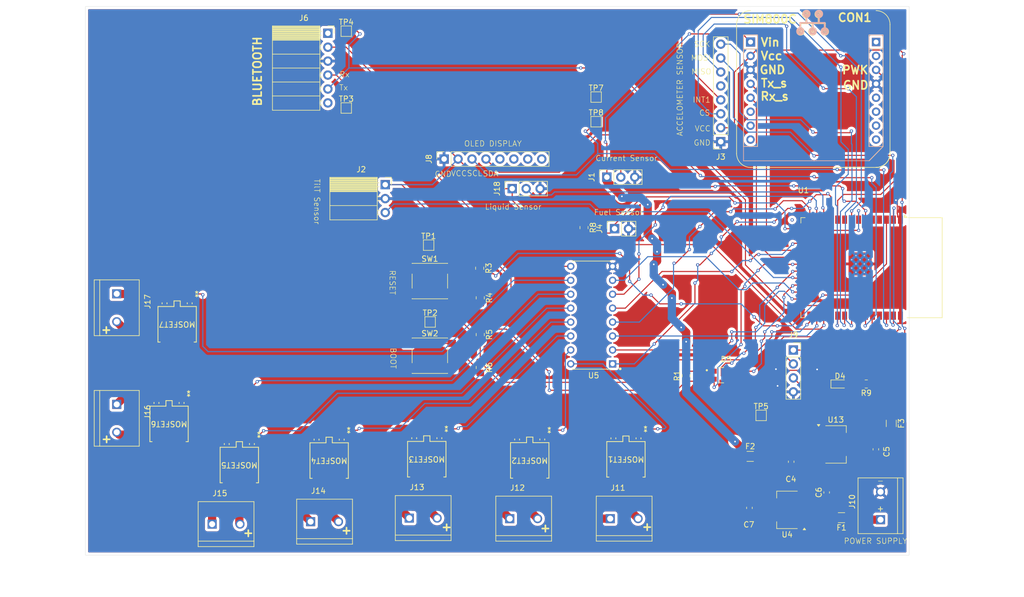
<source format=kicad_pcb>
(kicad_pcb (version 20240108) (generator "pcbnew") (generator_version "8.0")
  (layers (0 "F.Cu" signal) (31 "B.Cu" signal) (34 "B.Paste" user) (35 "F.Paste" user) (36 "B.SilkS" user "B.Silkscreen") (37 "F.SilkS" user "F.Silkscreen") (38 "B.Mask" user) (39 "F.Mask" user) (44 "Edge.Cuts" user))
  (net 0 "")
  (net 1 "Net-(U13-VI)")
  (net 2 "GND")
  (net 3 "Vcc")
  (net 4 "Net-(U4-VI)")
  (net 5 "/MCU_ESP32/Vin")
  (net 11 "/MCU_ESP32/Rx_s")
  (net 13 "/MCU_ESP32/PWK")
  (net 16 "/MCU_ESP32/Tx_s")
  (net 18 "Net-(D4-A)")
  (net 19 "/MCU_ESP32/R")
  (net 20 "/MCU_ESP32/B")
  (net 21 "Net-(D5-A)")
  (net 22 "/MCU_ESP32/G")
  (net 23 "/MCU_ESP32/Vbat")
  (net 24 "Net-(U1-VDD)")
  (net 25 "/MCU_ESP32/OUT")
  (net 26 "/MCU_ESP32/D0")
  (net 27 "/MCU_ESP32/CS")
  (net 28 "/MCU_ESP32/OUT_FS")
  (net 29 "/MCU_ESP32/Tx_BL")
  (net 30 "/MCU_ESP32/SCL")
  (net 31 "/MCU_ESP32/Tx")
  (net 32 "/MCU_ESP32/Rx")
  (net 33 "Net-(J11-Pin_2)")
  (net 34 "Net-(J11-Pin_1)")
  (net 35 "Net-(J12-Pin_2)")
  (net 36 "Net-(J12-Pin_1)")
  (net 37 "Net-(J13-Pin_2)")
  (net 38 "Net-(J13-Pin_1)")
  (net 39 "Net-(J14-Pin_2)")
  (net 40 "Net-(J14-Pin_1)")
  (net 41 "Net-(J15-Pin_1)")
  (net 42 "Net-(J15-Pin_2)")
  (net 43 "Net-(J16-Pin_1)")
  (net 44 "Net-(J16-Pin_2)")
  (net 45 "Net-(J17-Pin_2)")
  (net 46 "Net-(J17-Pin_1)")
  (net 47 "/MCU_ESP32/OUT_L")
  (net 48 "/MCU_ESP32/EN")
  (net 49 "Net-(R4-Pad2)")
  (net 50 "/MCU_ESP32/BOOT")
  (net 51 "Net-(R6-Pad2)")
  (net 52 "/MCU_ESP32/MISO")
  (net 53 "/MCU_ESP32/SDA")
  (net 54 "/MCU_ESP32/L5")
  (net 57 "/MCU_ESP32/L4")
  (net 58 "/MCU_ESP32/SCK")
  (net 59 "/MCU_ESP32/L3")
  (net 60 "/MCU_ESP32/L6")
  (net 61 "/MCU_ESP32/L2")
  (net 62 "/MCU_ESP32/L7")
  (net 63 "/MCU_ESP32/MOSI")
  (net 64 "/MCU_ESP32/Rx_BL")
  (net 65 "/MCU_ESP32/L1")
  (net 66 "/MCU_ESP32/INT1")
  (net 68 "/MCU_ESP32/O6")
  (net 69 "/MCU_ESP32/O1")
  (net 70 "/MCU_ESP32/O5")
  (net 71 "/MCU_ESP32/O3")
  (net 72 "/MCU_ESP32/O4")
  (net 73 "/MCU_ESP32/O2")
  (net 74 "/MCU_ESP32/O7")
  (net 82 "unconnected-(U1-IO33-Pad9)")
  (footprint "282837-2:TE_282837-2" (layer "F.Cu") (at 114.51 138.25)
    (property "Reference" "J13")
    (property "Value" "Conn_01x02_Pin")
  )
  (footprint "mosfet:DPAK_TO-236AA_INF" (layer "F.Cu") (at 81.026 128.5748 180)
    (property "Reference" "MOSFET5")
    (property "Value" "IRFR3708TRPBF")
  )
  (footprint "TestPoint:TestPoint_Pad_1.5x1.5mm" (layer "F.Cu") (at 115.5 88.5)
    (property "Reference" "TP1")
    (property "Value" "TestPoint")
  )
  (footprint "ULN2003:DIP762W46P254L1969H533Q16" (layer "F.Cu") (at 145.19 101.25 180)
    (property "Reference" "U5")
    (property "Value" "ULN2003A")
  )
  (footprint "Button_Switch_SMD:SW_Push_1P1T_NO_6x6mm_H9.5mm" (layer "F.Cu") (at 115.725 95.05)
    (property "Reference" "SW1")
    (property "Value" "SW_Push")
  )
  (footprint "KAA-3528RGBS-11:LED_AAA3528LSEKJ3ZGKQBKS" (layer "F.Cu") (at 168.7625 112.2)
    (property "Reference" "D5")
    (property "Value" "LED_ARGB")
  )
  (footprint "TestPoint:TestPoint_Pad_1.5x1.5mm" (layer "F.Cu") (at 100.5 49.5)
    (property "Reference" "TP4")
    (property "Value" "TestPoint")
  )
  (footprint "Connector_PinSocket_2.54mm:PinSocket_1x08_P2.54mm_Vertical" (layer "F.Cu") (at 118.32 72.8 90)
    (property "Reference" "J8")
    (property "Value" "Conn_01x08_Pin")
  )
  (footprint "Connector_PinSocket_2.54mm:PinSocket_1x02_P2.54mm_Vertical" (layer "F.Cu") (at 149.36 85.5 90)
    (property "Reference" "J4")
    (property "Value" "Conn_01x02_Pin")
  )
  (footprint "RF_Module:ESP32-WROOM-32" (layer "F.Cu") (at 193.17 92.6 -90)
    (property "Reference" "U1")
    (property "Value" "ESP32-WROOM-32")
  )
  (footprint "Package_TO_SOT_SMD:SOT-223-3_TabPin2" (layer "F.Cu") (at 189.65 124.825)
    (property "Reference" "U13")
    (property "Value" "AMS1117-3.3")
  )
  (footprint "Resistor_SMD:R_0805_2012Metric_Pad1.20x1.40mm_HandSolder" (layer "F.Cu") (at 162.4 112.3 90)
    (property "Reference" "R1")
    (property "Value" "470")
  )
  (footprint "Capacitor_SMD:C_0603_1608Metric_Pad1.08x0.95mm_HandSolder" (layer "F.Cu") (at 173.925 136.3875 -90)
    (property "Reference" "C7")
    (property "Value" "22uF")
  )
  (footprint "Resistor_SMD:R_0805_2012Metric_Pad1.20x1.40mm_HandSolder" (layer "F.Cu") (at 124.9 110.8 -90)
    (property "Reference" "R6")
    (property "Value" "470")
  )
  (footprint "mikroBUS:MIKROBUS_HOST_CONN" (layer "F.Cu") (at 174.1275 51.4725)
    (property "Reference" "CON1" (hide yes))
    (property "Value" "MIKROBUS_HOST_CONN" (hide yes))
  )
  (footprint "mosfet:DPAK_TO-236AA_INF" (layer "F.Cu") (at 133.9088 127.7366 180)
    (property "Reference" "MOSFET2")
    (property "Value" "IRFR3708TRPBF")
  )
  (footprint "Connector_PinSocket_2.54mm:PinSocket_1x03_P2.54mm_Vertical" (layer "F.Cu") (at 130.72 78.2 90)
    (property "Reference" "J18")
    (property "Value" "Conn_01x03_Pin")
  )
  (footprint "mosfet:DPAK_TO-236AA_INF" (layer "F.Cu") (at 115.1636 127.508 180)
    (property "Reference" "MOSFET3")
    (property "Value" "IRFR3708TRPBF")
  )
  (footprint "TestPoint:TestPoint_Pad_1.5x1.5mm" (layer "F.Cu") (at 100.5 63.5)
    (property "Reference" "TP3")
    (property "Value" "TestPoint")
  )
  (footprint "282837-2:TE_282837-2" (layer "F.Cu") (at 197.8 136 90)
    (property "Reference" "J10")
    (property "Value" "Conn_01x02_Pin")
  )
  (footprint "TestPoint:TestPoint_Pad_1.5x1.5mm" (layer "F.Cu") (at 176.05 119.53)
    (property "Reference" "TP5")
    (property "Value" "TestPoint")
  )
  (footprint "Connector_PinSocket_2.54mm:PinSocket_1x06_P2.54mm_Horizontal" (layer "F.Cu") (at 97.15 49.875)
    (property "Reference" "J6")
    (property "Value" "Conn_01x06_Pin")
  )
  (footprint "TestPoint:TestPoint_Pad_1.5x1.5mm" (layer "F.Cu") (at 115.77 102.5)
    (property "Reference" "TP2")
    (property "Value" "TestPoint")
  )
  (footprint "Button_Switch_SMD:SW_Push_1P1T_NO_6x6mm_H9.5mm" (layer "F.Cu") (at 115.725 108.65)
    (property "Reference" "SW2")
    (property "Value" "SW_Push")
  )
  (footprint "282837-2:TE_282837-2" (layer "F.Cu") (at 96.55 138.9)
    (property "Reference" "J14")
    (property "Value" "Conn_01x02_Pin")
  )
  (footprint "Resistor_SMD:R_0805_2012Metric_Pad1.20x1.40mm_HandSolder" (layer "F.Cu") (at 143.8 85.3 -90)
    (property "Reference" "R8")
    (property "Value" "200")
  )
  (footprint "mosfet:DPAK_TO-236AA_INF" (layer "F.Cu") (at 68.2244 121.0818 180)
    (property "Reference" "MOSFET6")
    (property "Value" "IRFR3708TRPBF")
  )
  (footprint "Resistor_SMD:R_0805_2012Metric_Pad1.20x1.40mm_HandSolder" (layer "F.Cu") (at 195.2 113.8 180)
    (property "Reference" "R9")
    (property "Value" "470")
  )
  (footprint "mosfet:DPAK_TO-236AA_INF" (layer "F.Cu") (at 97.3836 127.762 180)
    (property "Reference" "MOSFET4")
    (property "Value" "IRFR3708TRPBF")
  )
  (footprint "mosfet:DPAK_TO-236AA_INF" (layer "F.Cu") (at 69.6976 102.9208 180)
    (property "Reference" "MOSFET7")
    (property "Value" "IRFR3708TRPBF")
  )
  (footprint "mosfet:DPAK_TO-236AA_INF" (layer "F.Cu") (at 151.4348 127.5334 180)
    (property "Reference" "MOSFET1")
    (property "Value" "IRFR3708TRPBF")
  )
  (footprint "Capacitor_SMD:C_0603_1608Metric_Pad1.08x0.95mm_HandSolder" (layer "F.Cu") (at 181.525 127.975 -90)
    (property "Reference" "C4")
    (property "Value" "10uf")
  )
  (footprint "282837-2:TE_282837-2" (layer "F.Cu") (at 58.7 120.06 -90)
    (property "Reference" "J16")
    (property "Value" "Conn_01x02_Pin")
  )
  (footprint "282837-2:TE_282837-2" (layer "F.Cu") (at 78.61 139.35)
    (property "Reference" "J15")
    (property "Value" "Conn_01x02_Pin")
  )
  (footprint "Fuse:Fuse_1206_3216Metric_Pad1.42x1.75mm_HandSolder" (layer "F.Cu") (at 190.6875 138.175 180)
    (property "Reference" "F1")
    (property "Value" "Fuse")
  )
  (footprint "Package_TO_SOT_SMD:SOT-223-3_TabPin2" (layer "F.Cu") (at 180.8 136.75 180)
    (property "Reference" "U4")
    (property "Value" "AMS1117-5.0")
  )
  (footprint "282837-2:TE_282837-2" (layer "F.Cu") (at 132.81 138.35)
    (property "Reference" "J12")
    (property "Value" "Conn_01x02_Pin")
  )
  (footprint "Resistor_SMD:R_0805_2012Metric_Pad1.20x1.40mm_HandSolder" (layer "F.Cu") (at 124.8 92.7 -90)
    (property "Reference" "R3")
    (property "Value" "12K")
  )
  (footprint "Connector_PinSocket_2.54mm:PinSocket_1x08_P2.54mm_Vertical" (layer "F.Cu") (at 168.7 69.64 180)
    (property "Reference" "J3")
    (property "Value" "Conn_01x08_Pin")
  )
  (footprint "Connector_PinSocket_2.54mm:PinSocket_1x04_P2.54mm_Vertical" (layer "F.Cu") (at 181.925 107.62)
    (property "Reference" "J9")
    (property "Value" "Conn_01x04_Pin")
  )
  (footprint "282837-2:TE_282837-2" (layer "F.Cu") (at 151.11 138.35)
    (property "Reference" "J11")
    (property "Value" "Conn_01x02_Pin")
  )
  (footprint "Fuse:Fuse_1206_3216Metric_Pad1.42x1.75mm_HandSolder" (layer "F.Cu") (at 199.75 120.9875 -90)
    (property "Reference" "F3")
    (property "Value" "Fuse")
  )
  (footprint "TestPoint:TestPoint_Pad_1.5x1.5mm" (layer "F.Cu") (at 146 66)
    (property "Reference" "TP8")
    (property "Value" "TestPoint")
  )
  (footprint "TestPoint:TestPoint_Pad_1.5x1.5mm" (layer "F.Cu") (at 146 61.5)
    (property "Reference" "TP7")
    (property "Value" "TestPoint")
  )
  (footprint "Connector_PinSocket_2.54mm:PinSocket_1x03_P2.54mm_Horizontal" (layer "F.Cu") (at 107.6 77.475)
    (property "Reference" "J2")
    (property "Value" "Conn_01x03_Pin")
  )
  (footprint "Fuse:Fuse_1206_3216Metric_Pad1.42x1.75mm_HandSolder" (layer "F.Cu") (at 174.0625 127)
    (property "Reference" "F2")
    (property "Value" "Fuse")
  )
  (footprint "Resistor_SMD:R_0805_2012Metric_Pad1.20x1.40mm_HandSolder" (layer "F.Cu") (at 124.9 98.1 -90)
    (property "Reference" "R4")
    (property "Value" "470")
  )
  (footprint "Connector_PinSocket_2.54mm:PinSocket_1x03_P2.54mm_Vertical" (layer "F.Cu") (at 147.96 76.1 90)
    (property "Reference" "J1")
    (property "Value" "Conn_01x03_Pin")
  )
  (footprint "282837-2:TE_282837-2" (layer "F.Cu") (at 58.7 99.91 -90)
    (property "Reference" "J17")
    (property "Value" "Conn_01x02_Pin")
  )
  (footprint "Capacitor_SMD:C_0603_1608Metric_Pad1.08x0.95mm_HandSolder" (layer "F.Cu") (at 187.9875 133.575 90)
    (property "Reference" "C6")
    (property "Value" "10uF")
  )
  (footprint "Resistor_SMD:R_0805_2012Metric_Pad1.20x1.40mm_HandSolder" (layer "F.Cu") (at 124.9 104.8 -90)
    (property "Reference" "R5")
    (property "Value" "12K")
  )
  (footprint "Capacitor_SMD:C_0603_1608Metric_Pad1.08x0.95mm_HandSolder" (layer "F.Cu") (at 196.95 125.7125 -90)
    (property "Reference" "C5")
    (property "Value" "22uf")
  )
  (footprint "LED_SMD:LED_0603_1608Metric_Pad1.05x0.95mm_HandSolder" (layer "F.Cu") (at 190.425 113.8)
    (property "Reference" "D4")
    (property "Value" "Power LED")
  )
  (gr_rect (start 53 45) (end 203 145) (stroke (width 0.05)) (fill none) (layer "Edge.Cuts"))
  (gr_text "Rx" (at 99.222041 57.970821 0) (layer "F.SilkS") (effects (font (size 1 1) (thickness 0.1)) (justify left bottom)))
  (gr_text "GND" (at 163.72 70.42 0) (layer "F.SilkS") (effects (font (size 1 1) (thickness 0.1)) (justify left bottom)))
  (gr_text "+" (at 55.7276 124.6632 0) (layer "F.SilkS") (effects (font (size 1.5 1.5) (thickness 0.3) (bold yes)) (justify left bottom)))
  (gr_text "SDA" (at 125.31 76.05 0) (layer "F.SilkS") (effects (font (size 1 1) (thickness 0.1)) (justify left bottom)))
  (gr_text "Vin" (at 175.825 52.4 0) (layer "F.SilkS") (effects (font (size 1.5 1.5) (thickness 0.3) (bold yes)) (justify left bottom)))
  (gr_text "VCC" (at 119.52 76.01 0) (layer "F.SilkS") (effects (font (size 1 1) (thickness 0.1)) (justify left bottom)))
  (gr_text "CON1\n" (at 189.875 47.9 0) (layer "F.SilkS") (effects (font (size 1.5 1.5) (thickness 0.3) (bold yes)) (justify left bottom)))
  (gr_text "BOOT\n" (at 108.46 107.12 -90) (layer "F.SilkS") (effects (font (size 1 1) (thickness 0.1)) (justify left bottom)))
  (gr_text "POWER SUPPLY" (at 191.07 143.01 0) (layer "F.SilkS") (effects (font (size 1 1) (thickness 0.1)) (justify left bottom)))
  (gr_text "GND" (at 116.56 76.13 0) (layer "F.SilkS") (effects (font (size 1 1) (thickness 0.1)) (justify left bottom)))
  (gr_text "-" (at 197.1 132.02 0) (layer "F.SilkS") (effects (font (size 1 1) (thickness 0.1)) (justify left bottom)))
  (gr_text "+" (at 117.6528 140.716 0) (layer "F.SilkS") (effects (font (size 1.5 1.5) (thickness 0.3) (bold yes)) (justify left bottom)))
  (gr_text "SIM800C" (at 172.65 48.19 0) (layer "F.SilkS") (effects (font (size 1.5 1.5) (thickness 0.3) (bold yes)) (justify left bottom)))
  (gr_text "MOSI" (at 163.21 54.95 0) (layer "F.SilkS") (effects (font (size 1 1) (thickness 0.1)) (justify left bottom)))
  (gr_text "+" (at 154.178 140.6652 0) (layer "F.SilkS") (effects (font (size 1.5 1.5) (thickness 0.3) (bold yes)) (justify left bottom)))
  (gr_text "Rx_s" (at 175.775 62.25 0) (layer "F.SilkS") (effects (font (size 1.5 1.5) (thickness 0.3) (bold yes)) (justify left bottom)))
  (gr_text "Vcc" (at 175.825 54.875 0) (layer "F.SilkS") (effects (font (size 1.5 1.5) (thickness 0.3) (bold yes)) (justify left bottom)))
  (gr_text "TilT Sensor\n" (at 94.58 76.34 -90) (layer "F.SilkS") (effects (font (size 1 1) (thickness 0.1)) (justify left bottom)))
  (gr_text "+" (at 135.636 140.9192 0) (layer "F.SilkS") (effects (font (size 1.5 1.5) (thickness 0.3) (bold yes)) (justify left bottom)))
  (gr_text "GND\n" (at 175.625 57.425 0) (layer "F.SilkS") (effects (font (size 1.5 1.5) (thickness 0.3) (bold yes)) (justify left bottom)))
  (gr_text "Tx" (at 99.16 60.37 0) (layer "F.SilkS") (effects (font (size 1 1) (thickness 0.1)) (justify left bottom)))
  (gr_text "Current Sensor" (at 145.84 73.24 0) (layer "F.SilkS") (effects (font (size 1 1) (thickness 0.1)) (justify left bottom)))
  (gr_text "SCK" (at 163.77 52.45 0) (layer "F.SilkS") (effects (font (size 1 1) (thickness 0.1)) (justify left bottom)))
  (gr_text "VCC" (at 163.91 67.83 0) (layer "F.SilkS") (effects (font (size 1 1) (thickness 0.1)) (justify left bottom)))
  (gr_text "SCL" (at 122.42 75.99 0) (layer "F.SilkS") (effects (font (size 1 1) (thickness 0.1)) (justify left bottom)))
  (gr_text "CS" (at 164.72 64.97 0) (layer "F.SilkS") (effects (font (size 1 1) (thickness 0.1)) (justify left bottom)))
  (gr_text "OLED DISPLAY" (at 121.91 70.58 0) (layer "F.SilkS") (effects (font (size 1 1) (thickness 0.1)) (justify left bottom)))
  (gr_text "Tx_s" (at 175.85 59.85 0) (layer "F.SilkS") (effects (font (size 1.5 1.5) (thickness 0.3) (bold yes)) (justify left bottom)))
  (gr_text "BLUETOOTH" (at 85.2 63.34 90) (layer "F.SilkS") (effects (font (size 1.5 1.5) (thickness 0.3) (bold yes)) (justify left bottom)))
  (gr_text "+" (at 55.6768 104.7496 0) (layer "F.SilkS") (effects (font (size 1.5 1.5) (thickness 0.3) (bold yes)) (justify left bottom)))
  (gr_text "+" (at 81.534 141.7828 0) (layer "F.SilkS") (effects (font (size 1.5 1.5) (thickness 0.3) (bold yes)) (justify left bottom)))
  (gr_text "INT1" (at 163.53 62.59 0) (layer "F.SilkS") (effects (font (size 1 1) (thickness 0.1)) (justify left bottom)))
  (gr_text "PWK" (at 190.625 57.45 0) (layer "F.SilkS") (effects (font (size 1.5 1.5) (thickness 0.3) (bold yes)) (justify left bottom)))
  (gr_text "GND" (at 190.8 60.225 0) (layer "F.SilkS") (effects (font (size 1.5 1.5) (thickness 0.3) (bold yes)) (justify left bottom)))
  (gr_text "ACCELOMETER SENSOR" (at 161.85 68.69 90) (layer "F.SilkS") (effects (font (size 1 1) (thickness 0.1)) (justify left bottom)))
  (gr_text "RESET" (at 108.32 92.99 -90) (layer "F.SilkS") (effects (font (size 1 1) (thickness 0.1)) (justify left bottom)))
  (gr_text "Liquid Sensor\n" (at 125.7 82.1 0) (layer "F.SilkS") (effects (font (size 1 1) (thickness 0.1)) (justify left bottom)))
  (gr_text "MISO" (at 163.29 57.46 0) (layer "F.SilkS") (effects (font (size 1 1) (thickness 0.1)) (justify left bottom)))
  (gr_text "+" (at 99.4156 141.3256 0) (layer "F.SilkS") (effects (font (size 1.5 1.5) (thickness 0.3) (bold yes)) (justify left bottom)))
  (gr_text "Fuel Sensor\n" (at 145.55 83.11 0) (layer "F.SilkS") (effects (font (size 1 1) (thickness 0.1)) (justify left bottom)))
  (gr_text "+" (at 197.06 137.08 0) (layer "F.SilkS") (effects (font (size 1 1)) (justify left bottom)))
  (via (at 181.7 83.9) (size 0.6) (drill 0.3) (layers "F.Cu" "B.Cu") (net 0))
  (segment (start 181.525 127.1125) (end 186.4875 127.1125) (width 1.5) (layer "F.Cu") (net 1))
  (segment (start 175.55 127) (end 181.4125 127) (width 1.5) (layer "F.Cu") (net 1))
  (segment (start 181.4125 127) (end 181.525 127.1125) (width 1.5) (layer "F.Cu") (net 1))
  (segment (start 186.4875 127.1125) (end 186.5 127.125) (width 1.5) (layer "F.Cu") (net 1))
  (segment (start 186.25 111.15) (end 186.09 111.31) (width 0.2) (layer "F.Cu") (net 2))
  (segment (start 200.9 82.8) (end 200.9 83.33) (width 0.2) (layer "F.Cu") (net 2))
  (segment (start 200.85 80.55) (end 200.85 82.75) (width 0.2) (layer "F.Cu") (net 2))
  (segment (start 200.85 82.75) (end 200.9 82.8) (width 0.2) (layer "F.Cu") (net 2))
  (segment (start 186.09 111.31) (end 178.96 111.31) (width 0.2) (layer "F.Cu") (net 2))
  (segment (start 178.96 111.31) (end 178.75 111.1) (width 0.2) (layer "F.Cu") (net 2))
  (segment (start 180.14 115.24) (end 179.05 114.15) (width 0.2) (layer "F.Cu") (net 2))
  (segment (start 200.6 80.3) (end 200.85 80.55) (width 0.2) (layer "F.Cu") (net 2))
  (segment (start 181.925 115.24) (end 180.14 115.24) (width 0.2) (layer "F.Cu") (net 2))
  (segment (start 200.9 83.33) (end 201.42 83.85) (width 0.2) (layer "F.Cu") (net 2))
  (via (at 178.75 111.1) (size 0.6) (drill 0.3) (layers "F.Cu" "B.Cu") (net 2))
  (via (at 200.6 80.3) (size 0.6) (drill 0.3) (layers "F.Cu" "B.Cu") (net 2))
  (via (at 186.25 111.15) (size 0.6) (drill 0.3) (layers "F.Cu" "B.Cu") (net 2))
  (via (at 179.05 114.15) (size 0.6) (drill 0.3) (layers "F.Cu" "B.Cu") (net 2))
  (segment (start 137.45 111.6) (end 129.65 103.8) (width 0.2) (layer "F.Cu") (net 3))
  (segment (start 162.4 113.3) (end 162.35 113.3) (width 0.2) (layer "F.Cu") (net 3))
  (segment (start 201.7 80.7) (end 201.75 80.65) (width 0.2) (layer "F.Cu") (net 3))
  (segment (start 124.8 91.7) (end 127.8 91.7) (width 0.2) (layer "F.Cu") (net 3))
  (segment (start 192.825 124.85) (end 192.8 124.825) (width 0.2) (layer "F.Cu") (net 3))
  (segment (start 170.4 67.1) (end 168.7 67.1) (width 0.2) (layer "F.Cu") (net 3))
  (segment (start 176.05 119.53) (end 176.05 124.825) (width 0.2) (layer "F.Cu") (net 3))
  (segment (start 130.72 78.2) (end 130.72 80.32) (width 0.2) (layer "F.Cu") (net 3))
  (segment (start 127.8 91.7) (end 129.825 93.725) (width 0.2) (layer "F.Cu") (net 3))
  (segment (start 131.19 92.36) (end 129.825 93.725) (width 0.2) (layer "F.Cu") (net 3))
  (segment (start 141.38 92.36) (end 131.19 92.36) (width 0.2) (layer "F.Cu") (net 3))
  (segment (start 196.95 124.85) (end 196.95 114.55) (width 0.2) (layer "F.Cu") (net 3))
  (segment (start 196.95 114.55) (end 196.2 113.8) (width 0.2) (layer "F.Cu") (net 3))
  (segment (start 196.95 124.85) (end 192.825 124.85) (width 0.2) (layer "F.Cu") (net 3))
  (segment (start 129.825 93.725) (end 130.5 94.4) (width 0.2) (layer "F.Cu") (net 3))
  (segment (start 130.5 94.4) (end 130.5 99.1) (width 0.2) (layer "F.Cu") (net 3))
  (segment (start 202.2 120.025) (end 202.2 103.675) (width 0.2) (layer "F.Cu") (net 3))
  (segment (start 126.26 78.2) (end 120.86 72.8) (width 0.2) (layer "F.Cu") (net 3))
  (segment (start 120.86 72.8) (end 100.475 52.415) (width 0.2) (layer "F.Cu") (net 3))
  (segment (start 125.8 103.8) (end 124.9 103.8) (width 0.2) (layer "F.Cu") (net 3))
  (segment (start 129.65 103.8) (end 124.9 103.8) (width 0.2) (layer "F.Cu") (net 3))
  (segment (start 199.75 122.475) (end 202.2 120.025) (width 0.2) (layer "F.Cu") (net 3))
  (segment (start 130.72 80.32) (end 134.7 84.3) (width 0.2) (layer "F.Cu") (net 3))
  (segment (start 197.375 124.85) (end 196.95 124.85) (width 0.2) (layer "F.Cu") (net 3))
  (segment (start 171.2 56.94) (end 171.2 66.3) (width 0.2) (layer "F.Cu") (net 3))
  (segment (start 201.3505 52.9505) (end 175.1895 52.9505) (width 0.2) (layer "F.Cu") (net 3))
  (segment (start 134.7 84.3) (end 143.8 84.3) (width 0.2) (layer "F.Cu") (net 3))
  (segment (start 174.1275 54.0125) (end 171.2 56.94) (width 0.2) (layer "F.Cu") (net 3))
  (segment (start 130.72 78.2) (end 126.26 78.2) (width 0.2) (layer "F.Cu") (net 3))
  (segment (start 110.575 77.475) (end 124.8 91.7) (width 0.2) (layer "F.Cu") (net 3))
  (segment (start 175.1895 52.9505) (end 174.1275 54.0125) (width 0.2) (layer "F.Cu") (net 3))
  (segment (start 164.3 113.3) (end 162.4 113.3) (width 0.2) (layer "F.Cu") (net 3))
  (segment (start 162.35 113.3) (end 160.7 114.95) (width 0.2) (layer "F.Cu") (net 3))
  (segment (start 160.7 114.95) (end 137.5 114.95) (width 0.2) (layer "F.Cu") (net 3))
  (segment (start 175.825 124.825) (end 164.3 113.3) (width 0.2) (layer "F.Cu") (net 3))
  (segment (start 185.2 115.975) (end 185.2 123.525) (width 0.2) (layer "F.Cu") (net 3))
  (segment (start 100.475 52.415) (end 97.15 52.415) (width 0.2) (layer "F.Cu") (net 3))
  (segment (start 185.2 123.525) (end 186.5 124.825) (width 0.2) (layer "F.Cu") (net 3))
  (segment (start 202.025 53.625) (end 201.3505 52.9505) (width 0.2) (layer "F.Cu") (net 3))
  (segment (start 176.05 124.825) (end 175.825 124.825) (width 0.2) (layer "F.Cu") (net 3))
  (segment (start 201.75 80.65) (end 201.75 53.9) (width 0.2) (layer "F.Cu") (net 3))
  (segment (start 186.5 124.825) (end 176.05 124.825) (width 0.2) (layer "F.Cu") (net 3))
  (segment (start 171.2 66.3) (end 170.4 67.1) (width 0.2) (layer "F.Cu") (net 3))
  (segment (start 199.75 122.475) (end 197.375 124.85) (width 0.2) (layer "F.Cu") (net 3))
  (segment (start 130.5 99.1) (end 125.8 103.8) (width 0.2) (layer "F.Cu") (net 3))
  (segment (start 201.75 53.9) (end 202.025 53.625) (width 0.2) (layer "F.Cu") (net 3))
  (segment (start 107.6 77.475) (end 110.575 77.475) (width 0.2) (layer "F.Cu") (net 3))
  (segment (start 186.5 124.825) (end 192.8 124.825) (width 1.5) (layer "F.Cu") (net 3))
  (segment (start 181.925 112.7) (end 185.2 115.975) (width 0.2) (layer "F.Cu") (net 3))
  (via (at 202.2 103.675) (size 0.6) (drill 0.3) (layers "F.Cu" "B.Cu") (net 3))
  (via (at 201.7 80.7) (size 0.6) (drill 0.3) (layers "F.Cu" "B.Cu") (net 3))
  (via (at 137.5 114.95) (size 0.6) (drill 0.3) (layers "F.Cu" "B.Cu") (net 3))
  (via (at 202.025 53.625) (size 0.6) (drill 0.3) (layers "F.Cu" "B.Cu") (net 3))
  (via (at 137.45 111.6) (size 0.6) (drill 0.3) (layers "F.Cu" "B.Cu") (net 3))
  (segment (start 201.75 103.225) (end 202.2 103.675) (width 0.2) (layer "B.Cu") (net 3))
  (segment (start 201.75 80.75) (end 201.75 103.225) (width 0.2) (layer "B.Cu") (net 3))
  (segment (start 120.86 72.8) (end 116.185 77.475) (width 0.2) (layer "B.Cu") (net 3))
  (segment (start 137.5 114.95) (end 137.45 114.9) (width 0.2) (layer "B.Cu") (net 3))
  (segment (start 116.185 77.475) (end 107.6 77.475) (width 0.2) (layer "B.Cu") (net 3))
  (segment (start 137.45 114.9) (end 137.45 111.6) (width 0.2) (layer "B.Cu") (net 3))
  (segment (start 201.7 80.7) (end 201.75 80.75) (width 0.2) (layer "B.Cu") (net 3))
  (segment (start 187.9875 134.4375) (end 183.9625 134.4375) (width 1.5) (layer "F.Cu") (net 4))
  (segment (start 189.2 135.65) (end 187.9875 134.4375) (width 1.5) (layer "F.Cu") (net 4))
  (segment (start 183.9625 134.4375) (end 183.95 134.45) (width 1.5) (layer "F.Cu") (net 4))
  (segment (start 189.2 138.175) (end 189.2 135.65) (width 1.5) (layer "F.Cu") (net 4))
  (segment (start 147.96 76.86) (end 147.96 76.1) (width 1.5) (layer "F.Cu") (net 5))
  (segment (start 173.925 128.35) (end 172.575 127) (width 1.5) (layer "F.Cu") (net 5))
  (segment (start 157.1 91.4) (end 156.5 92) (width 1.5) (layer "F.Cu") (net 5))
  (segment (start 155.4 86.5) (end 155.4 81.1) (width 1.5) (layer "F.Cu") (net 5))
  (segment (start 156.2 87.3) (end 155.4 86.5) (width 1.5) (layer "F.Cu") (net 5))
  (segment (start 176.425 135.525) (end 173.925 135.525) (width 1.5) (layer "F.Cu") (net 5))
  (segment (start 158.2 95.7) (end 159.8 97.3) (width 1.5) (layer "F.Cu") (net 5))
  (segment (start 162.4 106.1) (end 162.4 104.4) (width 1.5) (layer "F.Cu") (net 5))
  (segment (start 147.96 69.96) (end 147.96 76.1) (width 0.2) (layer "F.Cu") (net 5))
  (segment (start 173.925 135.525) (end 173.925 128.35) (width 1.5) (layer "F.Cu") (net 5))
  (segment (start 177.65 136.75) (end 176.425 135.525) (width 1.5) (layer "F.Cu") (net 5))
  (segment (start 157.1 89.7) (end 157.1 91.4) (width 1.5) (layer "F.Cu") (net 5))
  (segment (start 172.655 50) (end 163 50) (width 0.2) (layer "F.Cu") (net 5))
  (segment (start 150.7 79.6) (end 147.96 76.86) (width 1.5) (layer "F.Cu") (net 5))
  (segment (start 172.575 125.575) (end 171.3 124.3) (width 1.5) (layer "F.Cu") (net 5))
  (segment (start 174.1275 51.4725) (end 172.655 50) (width 0.2) (layer "F.Cu") (net 5))
  (segment (start 159.8 97.3) (end 159.8 98.15) (width 1.5) (layer "F.Cu") (net 5))
  (segment (start 162.4 104.4) (end 161.5 103.5) (width 1.5) (layer "F.Cu") (net 5))
  (segment (start 183.95 136.75) (end 177.65 136.75) (width 1.5) (layer "F.Cu") (net 5))
  (segment (start 147.7 69.7) (end 147.96 69.96) (width 0.2) (layer "F.Cu") (net 5))
  (segment (start 172.575 127) (end 172.575 125.575) (width 1.5) (layer "F.Cu") (net 5))
  (via (at 147.7 69.7) (size 0.6) (drill 0.3) (layers "F.Cu" "B.Cu") (net 5))
  (via (at 171.3 124.3) (size 0.6) (drill 0.3) (layers "F.Cu" "B.Cu") (net 5))
  (via (at 155.4 81.1) (size 0.6) (drill 0.3) (layers "F.Cu" "B.Cu") (net 5))
  (via (at 157.1 89.7) (size 0.6) (drill 0.3) (layers "F.Cu" "B.Cu") (net 5))
  (via (at 156.2 87.3) (size 0.6) (drill 0.3) (layers "F.Cu" "B.Cu") (net 5))
  (via (at 161.5 103.5) (size 0.6) (drill 0.3) (layers "F.Cu" "B.Cu") (net 5))
  (via (at 158.2 95.7) (size 0.6) (drill 0.3) (layers "F.Cu" "B.Cu") (net 5))
  (via (at 159.8 98.15) (size 0.6) (drill 0.3) (layers "F.Cu" "B.Cu") (net 5))
  (via (at 163 50) (size 0.6) (drill 0.3) (layers "F.Cu" "B.Cu") (net 5))
  (via (at 156.5 92) (size 0.6) (drill 0.3) (layers "F.Cu" "B.Cu") (net 5))
  (via (at 150.7 79.6) (size 0.6) (drill 0.3) (layers "F.Cu" "B.Cu") (net 5))
  (via (at 162.4 106.1) (size 0.6) (drill 0.3) (layers "F.Cu" "B.Cu") (net 5))
  (segment (start 162.4 115.4) (end 162.4 106.11) (width 1.5) (layer "B.Cu") (net 5))
  (segment (start 156.5 92) (end 156.5 94) (width 1.5) (layer "B.Cu") (net 5))
  (segment (start 156.2 87.3) (end 157.1 88.2) (width 1.5) (layer "B.Cu") (net 5))
  (segment (start 147.7 69.7) (end 147.7 65.3) (width 0.2) (layer "B.Cu") (net 5))
  (segment (start 156.5 94) (end 158.2 95.7) (width 1.5) (layer "B.Cu") (net 5))
  (segment (start 147.7 65.3) (end 163 50) (width 0.2) (layer "B.Cu") (net 5))
  (segment (start 155.4 81.1) (end 154.15 79.85) (width 1.5) (layer "B.Cu") (net 5))
  (segment (start 157.1 88.2) (end 157.1 89.55) (width 1.5) (layer "B.Cu") (net 5))
  (segment (start 154.15 79.85) (end 150.7 79.85) (width 1.5) (layer "B.Cu") (net 5))
  (segment (start 171.3 124.3) (end 162.4 115.4) (width 1.5) (layer "B.Cu") (net 5))
  (segment (start 159.8 98.15) (end 159.8 101.8) (width 1.5) (layer "B.Cu") (net 5))
  (segment (start 159.8 101.8) (end 161.5 103.5) (width 1.5) (layer "B.Cu") (net 5))
  (segment (start 179.23 89.43) (end 183.66 89.43) (width 0.2) (layer "F.Cu") (net 11))
  (segment (start 177.025 61.99) (end 177.025 87.225) (width 0.2) (layer "F.Cu") (net 11))
  (segment (start 174.1275 59.0925) (end 177.025 61.99) (width 0.2) (layer "F.Cu") (net 11))
  (segment (start 177.025 87.225) (end 179.23 89.43) (width 0.2) (layer "F.Cu") (net 11))
  (segment (start 189.99 80.36) (end 189.99 83.85) (width 0.2) (layer "F.Cu") (net 13))
  (segment (start 197.85 79.25) (end 191.075 79.25) (width 0.2) (layer "F.Cu") (net 13))
  (segment (start 200.95 76.15) (end 197.85 79.25) (width 0.2) (layer "F.Cu") (net 13))
  (segment (start 196.9875 56.5525) (end 200.95 60.515) (width 0.2) (layer "F.Cu") (net 13))
  (segment (start 200.95 60.515) (end 200.95 76.15) (width 0.2) (layer "F.Cu") (net 13))
  (segment (start 191.075 79.25) (end 191.075 79.275) (width 0.2) (layer "F.Cu") (net 13))
  (segment (start 191.075 79.275) (end 189.99 80.36) (width 0.2) (layer "F.Cu") (net 13))
  (segment (start 174.1275 61.6325) (end 175.1895 62.6945) (width 0.2) (layer "F.Cu") (net 16))
  (segment (start 175.1895 62.6945) (end 175.1895 87.9895) (width 0.2) (layer "F.Cu") (net 16))
  (segment (start 177.9 90.7) (end 183.66 90.7) (width 0.2) (layer "F.Cu") (net 16))
  (segment (start 175.1895 87.9895) (end 177.9 90.7) (width 0.2) (layer "F.Cu") (net 16))
  (segment (start 194.2 113.8) (end 191.3 113.8) (width 0.2) (layer "F.Cu") (net 18))
  (segment (start 174.7 111.5) (end 174.675 111.475) (width 0.2) (layer "F.Cu") (net 19))
  (segment (start 180.2 97.5) (end 180.2 98) (width 0.2) (layer "F.Cu") (net 19))
  (segment (start 176.7 105.4) (end 176.1 106) (width 0.2) (layer "F.Cu") (net 19))
  (segment (start 181.8 95.9) (end 180.2 97.5) (width 0.2) (layer "F.Cu") (net 19))
  (segment (start 176.7 104.3) (end 176.7 105.4) (width 0.2) (layer "F.Cu") (net 19))
  (segment (start 181.92 95.78) (end 181.8 95.9) (width 0.2) (layer "F.Cu") (net 19))
  (segment (start 174.675 111.475) (end 170.1625 111.475) (width 0.2) (layer "F.Cu") (net 19))
  (segment (start 183.66 95.78) (end 181.92 95.78) (width 0.2) (layer "F.Cu") (net 19))
  (via (at 174.7 111.5) (size 0.6) (drill 0.3) (layers "F.Cu" "B.Cu") (net 19))
  (via (at 181.8 95.9) (size 0.6) (drill 0.3) (layers "F.Cu" "B.Cu") (net 19))
  (via (at 180.2 98) (size 0.6) (drill 0.3) (layers "F.Cu" "B.Cu") (net 19))
  (via (at 176.7 104.3) (size 0.6) (drill 0.3) (layers "F.Cu" "B.Cu") (net 19))
  (via (at 176.1 106) (size 0.6) (drill 0.3) (layers "F.Cu" "B.Cu") (net 19))
  (segment (start 180.2 100.8) (end 176.7 104.3) (width 0.2) (layer "B.Cu") (net 19))
  (segment (start 176.1 110.1) (end 176.1 106) (width 0.2) (layer "B.Cu") (net 19))
  (segment (start 174.7 111.5) (end 176.1 110.1) (width 0.2) (layer "B.Cu") (net 19))
  (segment (start 180.2 98) (end 180.2 100.8) (width 0.2) (layer "B.Cu") (net 19))
  (segment (start 181.83 91.97) (end 181.8 92) (width 0.2) (layer "F.Cu") (net 20))
  (segment (start 167.2 113.0875) (end 167.3625 112.925) (width 0.2) (layer "F.Cu") (net 20))
  (segment (start 183.66 91.97) (end 181.83 91.97) (width 0.2) (layer "F.Cu") (net 20))
  (segment (start 176.6 92) (end 175.5 93.1) (width 0.2) (layer "F.Cu") (net 20))
  (segment (start 173.1 96) (end 172.4 96.7) (width 0.2) (layer "F.Cu") (net 20))
  (segment (start 172.4 96.7) (end 172.4 106.6) (width 0.2) (layer "F.Cu") (net 20))
  (segment (start 181.8 92) (end 176.6 92) (width 0.2) (layer "F.Cu") (net 20))
  (segment (start 167.5 114.4) (end 167.5 113.0625) (width 0.2) (layer "F.Cu") (net 20))
  (segment (start 167.5 113.0625) (end 167.3625 112.925) (width 0.2) (layer "F.Cu") (net 20))
  (via (at 173.1 96) (size 0.6) (drill 0.3) (layers "F.Cu" "B.Cu") (net 20))
  (via (at 181.8 92) (size 0.6) (drill 0.3) (layers "F.Cu" "B.Cu") (net 20))
  (via (at 175.5 93.1) (size 0.6) (drill 0.3) (layers "F.Cu" "B.Cu") (net 20))
  (via (at 167.5 114.4) (size 0.6) (drill 0.3) (layers "F.Cu" "B.Cu") (net 20))
  (via (at 172.4 106.6) (size 0.6) (drill 0.3) (layers "F.Cu" "B.Cu") (net 20))
  (segment (start 175.5 93.1) (end 173.1 95.5) (width 0.2) (layer "B.Cu") (net 20))
  (segment (start 168.175 110.825) (end 168.175 113.725) (width 0.2) (layer "B.Cu") (net 20))
  (segment (start 173.1 95.5) (end 173.1 96) (width 0.2) (layer "B.Cu") (net 20))
  (segment (start 168.175 113.725) (end 167.5 114.4) (width 0.2) (layer "B.Cu") (net 20))
  (segment (start 168.25 110.75) (end 168.175 110.825) (width 0.2) (layer "B.Cu") (net 20))
  (segment (start 172.4 106.6) (end 168.25 110.75) (width 0.2) (layer "B.Cu") (net 20))
  (segment (start 162.575 111.475) (end 162.4 111.3) (width 0.2) (layer "F.Cu") (net 21))
  (segment (start 167.3625 111.475) (end 162.575 111.475) (width 0.2) (layer "F.Cu") (net 21))
  (segment (start 168.8 110.8) (end 168.8 112.3) (width 0.2) (layer "F.Cu") (net 22))
  (segment (start 183.66 93.24) (end 181.86 93.24) (width 0.2) (layer "F.Cu") (net 22))
  (segment (start 175.1 103.5) (end 175 103.6) (width 0.2) (layer "F.Cu") (net 22))
  (segment (start 181.86 93.24) (end 181.8 93.3) (width 0.2) (layer "F.Cu") (net 22))
  (segment (start 169.425 112.925) (end 170.1625 112.925) (width 0.2) (layer "F.Cu") (net 22))
  (segment (start 175 103.6) (end 175 106.1) (width 0.2) (layer "F.Cu") (net 22))
  (segment (start 169.6 110) (end 168.8 110.8) (width 0.2) (layer "F.Cu") (net 22))
  (segment (start 170.7 110) (end 169.6 110) (width 0.2) (layer "F.Cu") (net 22))
  (segment (start 168.8 112.3) (end 169.425 112.925) (width 0.2) (layer "F.Cu") (net 22))
  (segment (start 181.8 93.3) (end 181.8 93.4) (width 0.2) (layer "F.Cu") (net 22))
  (segment (start 181.8 93.4) (end 179 96.2) (width 0.2) (layer "F.Cu") (net 22))
  (segment (start 175 106.1) (end 172.9 108.2) (width 0.2) (layer "F.Cu") (net 22))
  (via (at 175.1 103.5) (size 0.6) (drill 0.3) (layers "F.Cu" "B.Cu") (net 22))
  (via (at 172.9 108.2) (size 0.6) (drill 0.3) (layers "F.Cu" "B.Cu") (net 22))
  (via (at 179 96.2) (size 0.6) (drill 0.3) (layers "F.Cu" "B.Cu") (net 22))
  (via (at 181.8 93.3) (size 0.6) (drill 0.3) (layers "F.Cu" "B.Cu") (net 22))
  (via (at 170.7 110) (size 0.6) (drill 0.3) (layers "F.Cu" "B.Cu") (net 22))
  (segment (start 175.8 102.8) (end 175.1 103.5) (width 0.2) (layer "B.Cu") (net 22))
  (segment (start 175.8 99.4) (end 175.8 102.8) (width 0.2) (layer "B.Cu") (net 22))
  (segment (start 172.5 108.2) (end 170.7 110) (width 0.2) (layer "B.Cu") (net 22))
  (segment (start 179 96.2) (end 175.8 99.4) (width 0.2) (layer "B.Cu") (net 22))
  (segment (start 172.9 108.2) (end 172.5 108.2) (width 0.2) (layer "B.Cu") (net 22))
  (segment (start 192.54 138.54) (end 192.175 138.175) (width 1.5) (layer "F.Cu") (net 23))
  (segment (start 197.8 138.54) (end 192.54 138.54) (width 1.5) (layer "F.Cu") (net 23))
  (segment (start 200.15 81.85) (end 200.15 83.85) (width 0.2) (layer "F.Cu") (net 24))
  (segment (start 200.25 81.75) (end 200.15 81.85) (width 0.2) (layer "F.Cu") (net 24))
  (segment (start 199.75 119.5) (end 199.75 105.225) (width 0.2) (layer "F.Cu") (net 24))
  (segment (start 199.75 105.225) (end 201.3 103.675) (width 0.2) (layer "F.Cu") (net 24))
  (via (at 201.3 103.675) (size 0.6) (drill 0.3) (layers "F.Cu" "B.Cu") (net 24))
  (via (at 200.25 81.75) (size 0.6) (drill 0.3) (layers "F.Cu" "B.Cu") (net 24))
  (segment (start 201.3 103.426471) (end 201.3 103.675) (width 0.2) (layer "B.Cu") (net 24))
  (segment (start 200.2 102.326471) (end 201.3 103.426471) (width 0.2) (layer "B.Cu") (net 24))
  (segment (start 200.2 81.8) (end 200.2 102.326471) (width 0.2) (layer "B.Cu") (net 24))
  (segment (start 200.25 81.75) (end 200.2 81.8) (width 0.2) (layer "B.Cu") (net 24))
  (segment (start 167.7 77.8) (end 161.5 77.8) (width 0.2) (layer "F.Cu") (net 25))
  (segment (start 193.36 80.5) (end 191.2 80.5) (width 0.2) (layer "F.Cu") (net 25))
  (segment (start 195.09 82.23) (end 193.36 80.5) (width 0.2) (layer "F.Cu") (net 25))
  (segment (start 190.4 77.7) (end 182 77.7) (width 0.2) (layer "F.Cu") (net 25))
  (segment (start 195.07 82.25) (end 195.09 82.23) (width 0.2) (layer "F.Cu") (net 25))
  (segment (start 157.4 73.7) (end 151 73.7) (width 0.2) (layer "F.Cu") (net 25))
  (segment (start 151 73.7) (end 150.5 74.2) (width 0.2) (layer "F.Cu") (net 25))
  (segment (start 190.9 78.2) (end 190.4 77.7) (width 0.2) (layer "F.Cu") (net 25))
  (segment (start 161.5 77.8) (end 157.4 73.7) (width 0.2) (layer "F.Cu") (net 25))
  (segment (start 150.5 74.2) (end 150.5 76.1) (width 0.2) (layer "F.Cu") (net 25))
  (segment (start 195.07 83.85) (end 195.07 82.25) (width 0.2) (layer "F.Cu") (net 25))
  (via (at 191.2 80.5) (size 0.6) (drill 0.3) (layers "F.Cu" "B.Cu") (net 25))
  (via (at 167.7 77.8) (size 0.6) (drill 0.3) (layers "F.Cu" "B.Cu") (net 25))
  (via (at 195.09 82.23) (size 0.6) (drill 0.3) (layers "F.Cu" "B.Cu") (net 25))
  (via (at 182 77.7) (size 0.6) (drill 0.3) (layers "F.Cu" "B.Cu") (net 25))
  (via (at 190.9 78.2) (size 0.6) (drill 0.3) (layers "F.Cu" "B.Cu") (net 25))
  (segment (start 167.8 77.7) (end 182 77.7) (width 0.2) (layer "B.Cu") (net 25))
  (segment (start 167.7 77.8) (end 167.8 77.7) (width 0.2) (layer "B.Cu") (net 25))
  (segment (start 190.9 80.2) (end 191.2 80.5) (width 0.2) (layer "B.Cu") (net 25))
  (segment (start 190.9 78.2) (end 190.9 80.2) (width 0.2) (layer "B.Cu") (net 25))
  (segment (start 183.66 94.51) (end 181.91 94.51) (width 0.2) (layer "F.Cu") (net 26))
  (segment (start 181.91 94.51) (end 181.8 94.4) (width 0.2) (layer "F.Cu") (net 26))
  (via (at 181.8 94.4) (size 0.6) (drill 0.3) (layers "F.Cu" "B.Cu") (net 26))
  (segment (start 109.155 81) (end 107.6 82.555) (width 0.2) (layer "B.Cu") (net 26))
  (segment (start 166.3 82.4) (end 146.26 82.4) (width 0.2) (layer "B.Cu") (net 26))
  (segment (start 178.3 94.4) (end 166.3 82.4) (width 0.2) (layer "B.Cu") (net 26))
  (segment (start 146.26 82.4) (end 144.86 81) (width 0.2) (layer "B.Cu") (net 26))
  (segment (start 144.86 81) (end 109.155 81) (width 0.2) (layer "B.Cu") (net 26))
  (segment (start 181.8 94.4) (end 178.3 94.4) (width 0.2) (layer "B.Cu") (net 26))
  (segment (start 189.99 101.35) (end 189.99 103.085) (width 0.2) (layer "F.Cu") (net 27))
  (segment (start 189.99 103.085) (end 189.925 103.15) (width 0.2) (layer "F.Cu") (net 27))
  (via (at 189.925 103.15) (size 0.6) (drill 0.3) (layers "F.Cu" "B.Cu") (net 27))
  (via (at 190.575 56.075) (size 0.6) (drill 0.3) (layers "F.Cu" "B.Cu") (net 27))
  (segment (start 190.59 57.71) (end 190.59 69.69) (width 0.2) (layer "B.Cu") (net 27))
  (segment (start 181.5 47) (end 167 47) (width 0.2) (layer "B.Cu") (net 27))
  (segment (start 190.6 56.1) (end 190.6 57.7) (width 0.2) (layer "B.Cu") (net 27))
  (segment (start 190.575 56.075) (end 181.5 47) (width 0.2) (layer "B.Cu") (net 27))
  (segment (start 190.575 56.075) (end 190.6 56.1) (width 0.2) (layer "B.Cu") (net 27))
  (segment (start 164.6 49.4) (end 164.6 62.2) (width 0.2) (layer "B.Cu") (net 27))
  (segment (start 189.925 81.446471) (end 189.925 103.15) (width 0.2) (layer "B.Cu") (net 27))
  (segment (start 189.6 77.9) (end 189.6 81.121471) (width 0.2) (layer "B.Cu") (net 27))
  (segment (start 167 47) (end 164.6 49.4) (width 0.2) (layer "B.Cu") (net 27))
  (segment (start 191.92 71.02) (end 191.92 75.58) (width 0.2) (layer "B.Cu") (net 27))
  (segment (start 166.96 64.56) (end 168.7 64.56) (width 0.2) (layer "B.Cu") (net 27))
  (segment (start 164.6 62.2) (end 166.96 64.56) (width 0.2) (layer "B.Cu") (net 27))
  (segment (start 190.6 57.7) (end 190.59 57.71) (width 0.2) (layer "B.Cu") (net 27))
  (segment (start 191.92 75.58) (end 189.6 77.9) (width 0.2) (layer "B.Cu") (net 27))
  (segment (start 189.6 81.121471) (end 189.925 81.446471) (width 0.2) (layer "B.Cu") (net 27))
  (segment (start 190.59 69.69) (end 191.92 71.02) (width 0.2) (layer "B.Cu") (net 27))
  (segment (start 193.8 85.8) (end 185.1 85.8) (width 0.2) (layer "F.Cu") (net 28))
  (segment (start 171.3 80.8) (end 170.2 79.7) (width 0.2) (layer "F.Cu") (net 28))
  (segment (start 185.1 85.8) (end 184.8 85.5) (width 0.2) (layer "F.Cu") (net 28))
  (segment (start 170.2 79.7) (end 154.4 79.7) (width 0.2) (layer "F.Cu") (net 28))
  (segment (start 148.56 86.3) (end 149.36 85.5) (width 0.2) (layer "F.Cu") (net 28))
  (segment (start 149.36 84.74) (end 149.36 85.5) (width 0.2) (layer "F.Cu") (net 28))
  (segment (start 184.8 85.5) (end 180.4 85.5) (width 0.2) (layer "F.Cu") (net 28))
  (segment (start 193.8 83.85) (end 193.8 82.23) (width 0.2) (layer "F.Cu") (net 28))
  (segment (start 154.4 79.7) (end 149.36 84.74) (width 0.2) (layer "F.Cu") (net 28))
  (segment (start 143.8 86.3) (end 148.56 86.3) (width 0.2) (layer "F.Cu") (net 28))
  (via (at 171.3 80.8) (size 0.6) (drill 0.3) (layers "F.Cu" "B.Cu") (net 28))
  (via (at 180.4 85.5) (size 0.6) (drill 0.3) (layers "F.Cu" "B.Cu") (net 28))
  (via (at 193.8 85.8) (size 0.6) (drill 0.3) (layers "F.Cu" "B.Cu") (net 28))
  (via (at 193.8 82.23) (size 0.6) (drill 0.3) (layers "F.Cu" "B.Cu") (net 28))
  (segment (start 178.8 80.8) (end 180.4 82.4) (width 0.2) (layer "B.Cu") (net 28))
  (segment (start 180.4 82.4) (end 180.4 85.5) (width 0.2) (layer "B.Cu") (net 28))
  (segment (start 171.3 80.8) (end 178.8 80.8) (width 0.2) (layer "B.Cu") (net 28))
  (segment (start 193.8 82.23) (end 193.8 85.8) (width 0.2) (layer "B.Cu") (net 28))
  (segment (start 165.624265 72.675735) (end 149.14853 56.2) (width 0.2) (layer "F.Cu") (net 29))
  (segment (start 102.5 49.5) (end 100.5 49.5) (width 0.2) (layer "F.Cu") (net 29))
  (segment (start 188.6 99.5) (end 188.72 99.62) (width 0.2) (layer "F.Cu") (net 29))
  (segment (start 103 50) (end 102.5 49.5) (width 0.2) (layer "F.Cu") (net 29))
  (segment (start 165.6 72.651471) (end 165.624265 72.675735) (width 0.2) (layer "F.Cu") (net 29))
  (segment (start 165.624265 72.675735) (end 173.2 80.251471) (width 0.2) (layer "F.Cu") (net 29))
  (segment (start 173.2 92.1) (end 180.6 99.5) (width 0.2) (layer "F.Cu") (net 29))
  (segment (start 188.72 99.62) (end 188.72 101.35) (width 0.2) (layer "F.Cu") (net 29))
  (segment (start 149.14853 56.2) (end 143.2 56.2) (width 0.2) (layer "F.Cu") (net 29))
  (segment (start 173.2 80.251471) (end 173.2 92.1) (width 0.2) (layer "F.Cu") (net 29))
  (segment (start 180.6 99.5) (end 188.6 99.5) (width 0.2) (layer "F.Cu") (net 29))
  (via (at 103 50) (size 0.6) (drill 0.3) (layers "F.Cu" "B.Cu") (net 29))
  (via (at 143.2 56.2) (size 0.6) (drill 0.3) (layers "F.Cu" "B.Cu") (net 29))
  (segment (start 100.985 56.2) (end 100.985 52.015) (width 0.2) (layer "B.Cu") (net 29))
  (segment (start 143.2 56.2) (end 137.1 56.2) (width 0.2) (layer "B.Cu") (net 29))
  (segment (start 137.1 56.2) (end 100.985 56.2) (width 0.2) (layer "B.Cu") (net 29))
  (segment (start 100.985 56.2) (end 97.15 60.035) (width 0.2) (layer "B.Cu") (net 29))
  (segment (start 100.985 52.015) (end 103 50) (width 0.2) (layer "B.Cu") (net 29))
  (segment (start 146 66) (end 144.28 67.72) (width 0.2) (layer "F.Cu") (net 30))
  (segment (start 198.88 103.08) (end 198.9 103.1) (width 0.2) (layer "F.Cu") (net 30))
  (segment (start 190 74.8) (end 189.9 74.7) (width 0.2) (layer "F.Cu") (net 30))
  (segment (start 198.88 101.35) (end 198.88 103.08) (width 0.2) (layer "F.Cu") (net 30))
  (segment (start 144.28 67.72) (end 144.05 67.72) (width 0.2) (layer "F.Cu") (net 30))
  (segment (start 198.4 74.8) (end 190 74.8) (width 0.2) (layer "F.Cu") (net 30))
  (via (at 198.4 74.8) (size 0.6) (drill 0.3) (layers "F.Cu" "B.Cu") (net 30))
  (via (at 144.05 67.72) (size 0.6) (drill 0.3) (layers "F.Cu" "B.Cu") (net 30))
  (via (at 189.9 74.7) (size 0.6) (drill 0.3) (layers "F.Cu" "B.Cu") (net 30))
  (via (at 198.9 103.1) (size 0.6) (drill 0.3) (layers "F.Cu" "B.Cu") (net 30))
  (segment (start 156.6 71.8) (end 146.3 71.8) (width 0.2) (layer "B.Cu") (net 30))
  (segment (start 146.3 69.97) (end 144.05 67.72) (width 0.2) (layer "B.Cu") (net 30))
  (segment (start 189.9 74.7) (end 159.5 74.7) (width 0.2) (layer "B.Cu") (net 30))
  (segment (start 198.35 102.55) (end 198.35 75.45) (width 0.2) (layer "B.Cu") (net 30))
  (segment (start 146.3 71.8) (end 142.4 75.7) (width 0.2) (layer "B.Cu") (net 30))
  (segment (start 146.3 71.8) (end 146.3 69.97) (width 0.2) (layer "B.Cu") (net 30))
  (segment (start 142.4 75.7) (end 126.3 75.7) (width 0.2) (layer "B.Cu") (net 30))
  (segment (start 198.4 74.8) (end 198.4 75.4) (width 0.2) (layer "B.Cu") (net 30))
  (segment (start 159.5 74.7) (end 156.6 71.8) (width 0.2) (layer "B.Cu") (net 30))
  (segment (start 198.9 103.1) (end 198.35 102.55) (width 0.2) (layer "B.Cu") (net 30))
  (segment (start 198.4 75.4) (end 198.35 75.45) (width 0.2) (layer "B.Cu") (net 30))
  (segment (start 126.3 75.7) (end 123.4 72.8) (width 0.2) (layer "B.Cu") (net 30))
  (segment (start 197.61 101.35) (end 197.61 105.215) (width 0.2) (layer "F.Cu") (net 31))
  (segment (start 197.61 105.215) (end 195.205 107.62) (width 0.2) (layer "F.Cu") (net 31))
  (segment (start 195.205 107.62) (end 181.925 107.62) (width 0.2) (layer "F.Cu") (net 31))
  (segment (start 196.275 105.2) (end 180.2 105.2) (width 0.2) (layer "F.Cu") (net 32))
  (segment (start 196.34 101.35) (end 196.275 101.415) (width 0.2) (layer "F.Cu") (net 32))
  (segment (start 179.6 105.8) (end 179.6 107.835) (width 0.2) (layer "F.Cu") (net 32))
  (segment (start 179.6 107.835) (end 181.925 110.16) (width 0.2) (layer "F.Cu") (net 32))
  (segment (start 196.275 101.415) (end 196.275 105.2) (width 0.2) (layer "F.Cu") (net 32))
  (segment (start 180.2 105.2) (end 179.6 105.8) (width 0.2) (layer "F.Cu") (net 32))
  (segment (start 151.4348 129.4892) (end 151.4348 136.1348) (width 1.5) (layer "F.Cu") (net 33))
  (segment (start 151.4348 136.1348) (end 153.65 138.35) (width 1.5) (layer "F.Cu") (net 33))
  (segment (start 144.5984 138.35) (end 148.57 138.35) (width 1.5) (layer "F.Cu") (net 34))
  (segment (start 143.9672 123.5964) (end 143.9672 137.7188) (width 1.5) (layer "F.Cu") (net 34))
  (segment (start 143.9672 137.7188) (end 144.5984 138.35) (width 1.5) (layer "F.Cu") (net 34))
  (segment (start 149.1448 122.0089) (end 145.5547 122.0089) (width 1.5) (layer "F.Cu") (net 34))
  (segment (start 145.5547 122.0089) (end 143.9672 123.5964) (width 1.5) (layer "F.Cu") (net 34))
  (segment (start 133.9088 136.9088) (end 135.35 138.35) (width 1.5) (layer "F.Cu") (net 35))
  (segment (start 133.9088 129.6924) (end 133.9088 136.9088) (width 1.5) (layer "F.Cu") (net 35))
  (segment (start 131.6188 122.2121) (end 127.7239 122.2121) (width 1.5) (layer "F.Cu") (net 36))
  (segment (start 127.7239 122.2121) (end 127.5588 122.3772) (width 1.5) (layer "F.Cu") (net 36))
  (segment (start 127.5588 122.3772) (end 127.5588 135.6388) (width 1.5) (layer "F.Cu") (net 36))
  (segment (start 127.5588 135.6388) (end 130.27 138.35) (width 1.5) (layer "F.Cu") (net 36))
  (segment (start 115.1636 136.3636) (end 117.05 138.25) (width 1.5) (layer "F.Cu") (net 37))
  (segment (start 115.1636 129.4638) (end 115.1636 136.3636) (width 1.5) (layer "F.Cu") (net 37))
  (segment (start 110.0709 121.9835) (end 108.3056 123.7488) (width 1.5) (layer "F.Cu") (net 38))
  (segment (start 108.3056 134.5856) (end 111.97 138.25) (width 1.5) (layer "F.Cu") (net 38))
  (segment (start 112.8736 121.9835) (end 110.0709 121.9835) (width 1.5) (layer "F.Cu") (net 38))
  (segment (start 108.3056 123.7488) (end 108.3056 134.5856) (width 1.5) (layer "F.Cu") (net 38))
  (segment (start 97.3836 137.1936) (end 99.09 138.9) (width 1.5) (layer "F.Cu") (net 39))
  (segment (start 97.3836 129.7178) (end 97.3836 137.1936) (width 1.5) (layer "F.Cu") (net 39))
  (segment (start 92.4433 122.2375) (end 91.186 123.4948) (width 1.5) (layer "F.Cu") (net 40))
  (segment (start 91.186 123.4948) (end 91.186 136.076) (width 1.5) (layer "F.Cu") (net 40))
  (segment (start 91.186 136.076) (end 94.01 138.9) (width 1.5) (layer "F.Cu") (net 40))
  (segment (start 95.0936 122.2375) (end 92.4433 122.2375) (width 1.5) (layer "F.Cu") (net 40))
  (segment (start 76.07 125.7163) (end 76.07 139.35) (width 1.5) (layer "F.Cu") (net 41))
  (segment (start 78.736 123.0503) (end 76.07 125.7163) (width 1.5) (layer "F.Cu") (net 41))
  (segment (start 81.026 130.5306) (end 81.026 139.226) (width 1.5) (layer "F.Cu") (net 42))
  (segment (start 81.026 139.226) (end 81.15 139.35) (width 1.5) (layer "F.Cu") (net 42))
  (segment (start 65.9344 115.5573) (end 60.6627 115.5573) (width 1.5) (layer "F.Cu") (net 43))
  (segment (start 60.6627 115.5573) (end 58.7 117.52) (width 1.5) (layer "F.Cu") (net 43))
  (segment (start 68.2244 123.0376) (end 59.1376 123.0376) (width 1.5) (layer "F.Cu") (net 44))
  (segment (start 59.1376 123.0376) (end 58.7 122.6) (width 1.5) (layer "F.Cu") (net 44))
  (segment (start 61.1266 104.8766) (end 58.7 102.45) (width 1.5) (layer "F.Cu") (net 45))
  (segment (start 69.6976 104.8766) (end 61.1266 104.8766) (width 1.5) (layer "F.Cu") (net 45))
  (segment (start 58.7263 97.3963) (end 58.7 97.37) (width 1.5) (layer "F.Cu") (net 46))
  (segment (start 67.4076 97.3963) (end 58.7263 97.3963) (width 1.5) (layer "F.Cu") (net 46))
  (segment (start 187.45 81.85) (end 187.3 81.7) (width 0.2) (layer "F.Cu") (net 47))
  (segment (start 187.45 83.85) (end 187.45 81.85) (width 0.2) (layer "F.Cu") (net 47))
  (via (at 187.3 81.7) (size 0.6) (drill 0.3) (layers "F.Cu" "B.Cu") (net 47))
  (segment (start 187.3 81.7) (end 187.3 79.5) (width 0.2) (layer "B.Cu") (net 47))
  (segment (start 137.88 79.35) (end 138.43 78.8) (width 0.2) (layer "B.Cu") (net 47))
  (segment (start 133.26 78.2) (end 134.41 79.35) (width 0.2) (layer "B.Cu") (net 47))
  (segment (start 134.41 79.35) (end 137.88 79.35) (width 0.2) (layer "B.Cu") (net 47))
  (segment (start 187.3 79.5) (end 186.6 78.8) (width 0.2) (layer "B.Cu") (net 47))
  (segment (start 186.6 78.8) (end 138.43 78.8) (width 0.2) (layer "B.Cu") (net 47))
  (segment (start 127.7 94.1) (end 127.3 93.7) (width 0.2) (layer "F.Cu") (net 48))
  (segment (start 157.6 99.2) (end 156 97.6) (width 0.2) (layer "F.Cu") (net 48))
  (segment (start 119.6 88.5) (end 115.5 88.5) (width 0.2) (layer "F.Cu") (net 48))
  (segment (start 179 103.2) (end 176.4 103.2) (width 0.2) (layer "F.Cu") (net 48))
  (segment (start 198.88 91.92) (end 193.2 97.6) (width 0.2) (layer "F.Cu") (net 48))
  (segment (start 152.1 91.8) (end 150.3 90) (width 0.2) (layer "F.Cu") (net 48))
  (segment (start 176.4 103.2) (end 174.8 101.6) (width 0.2) (layer "F.Cu") (net 48))
  (segment (start 198.88 83.85) (end 198.88 91.92) (width 0.2) (layer "F.Cu") (net 48))
  (segment (start 124.8 97) (end 124.9 97.1) (width 0.2) (layer "F.Cu") (net 48))
  (segment (start 127.3 93.7) (end 124.8 93.7) (width 0.2) (layer "F.Cu") (net 48))
  (segment (start 124.8 93.7) (end 124.8 97) (width 0.2) (layer "F.Cu") (net 48))
  (segment (start 152.1 95.1) (end 152.1 91.8) (width 0.2) (layer "F.Cu") (net 48))
  (segment (start 161.5 99.2) (end 157.6 99.2) (width 0.2) (layer "F.Cu") (net 48))
  (segment (start 193.2 97.6) (end 187.3 97.6) (width 0.2) (layer "F.Cu") (net 48))
  (segment (start 124.8 93.7) (end 119.6 88.5) (width 0.2) (layer "F.Cu") (net 48))
  (via (at 156 97.6) (size 0.6) (drill 0.3) (layers "F.Cu" "B.Cu") (net 48))
  (via (at 179 103.2) (size 0.6) (drill 0.3) (layers "F.Cu" "B.Cu") (net 48))
  (via (at 187.3 97.6) (size 0.6) (drill 0.3) (layers "F.Cu" "B.Cu") (net 48))
  (via (at 174.8 101.6) (size 0.6) (drill 0.3) (layers "F.Cu" "B.Cu") (net 48))
  (via (at 150.3 90) (size 0.6) (drill 0.3) (layers "F.Cu" "B.Cu") (net 48))
  (via (at 161.5 99.2) (size 0.6) (drill 0.3) (layers "F.Cu" "B.Cu") (net 48))
  (via (at 127.7 94.1) (size 0.6) (drill 0.3) (layers "F.Cu" "B.Cu") (net 48))
  (via (at 152.1 95.1) (size 0.6) (drill 0.3) (layers "F.Cu" "B.Cu") (net 48))
  (segment (start 150.3 90) (end 131.8 90) (width 0.2) (layer "B.Cu") (net 48))
  (segment (start 154.6 97.6) (end 152.1 95.1) (width 0.2) (layer "B.Cu") (net 48))
  (segment (start 181.7 103.2) (end 179 103.2) (width 0.2) (layer "B.Cu") (net 48))
  (segment (start 172.4 99.2) (end 174.8 101.6) (width 0.2) (layer "B.Cu") (net 48))
  (segment (start 187.3 97.6) (end 181.7 103.2) (width 0.2) (layer "B.Cu") (net 48))
  (segment (start 131.8 90) (end 127.7 94.1) (width 0.2) (layer "B.Cu") (net 48))
  (segment (start 156 97.6) (end 154.6 97.6) (width 0.2) (layer "B.Cu") (net 48))
  (segment (start 161.5 99.2) (end 172.4 99.2) (width 0.2) (layer "B.Cu") (net 48))
  (segment (start 124.9 99.1) (end 122 96.2) (width 0.2) (layer "F.Cu") (net 49))
  (segment (start 122 94.8) (end 120 92.8) (width 0.2) (layer "F.Cu") (net 49))
  (segment (start 120 92.8) (end 119.7 92.8) (width 0.2) (layer "F.Cu") (net 49))
  (segment (start 122 96.2) (end 122 94.8) (width 0.2) (layer "F.Cu") (net 49))
  (segment (start 119.7 92.8) (end 111.75 92.8) (width 0.2) (layer "F.Cu") (net 49))
  (segment (start 184.91 101.35) (end 184.91 102.49) (width 0.2) (layer "F.Cu") (net 50))
  (segment (start 124.9 105.8) (end 124.88 105.8) (width 0.2) (layer "F.Cu") (net 50))
  (segment (start 121.58 102.5) (end 115.77 102.5) (width 0.2) (layer "F.Cu") (net 50))
  (segment (start 124.9 105.8) (end 124.9 109.8) (width 0.2) (layer "F.Cu") (net 50))
  (segment (start 157.2 109.4) (end 153.1 113.5) (width 0.2) (layer "F.Cu") (net 50))
  (segment (start 184.91 102.49) (end 184.4 103) (width 0.2) (layer "F.Cu") (net 50))
  (segment (start 178 104.3) (end 178 105.2) (width 0.2) (layer "F.Cu") (net 50))
  (segment (start 124.88 105.8) (end 121.58 102.5) (width 0.2) (layer "F.Cu") (net 50))
  (segment (start 128.6 113.5) (end 124.9 109.8) (width 0.2) (layer "F.Cu") (net 50))
  (segment (start 153.1 113.5) (end 128.6 113.5) (width 0.2) (layer "F.Cu") (net 50))
  (segment (start 178 105.2) (end 173.8 109.4) (width 0.2) (layer "F.Cu") (net 50))
  (segment (start 173.8 109.4) (end 157.2 109.4) (width 0.2) (layer "F.Cu") (net 50))
  (via (at 178 104.3) (size 0.6) (drill 0.3) (layers "F.Cu" "B.Cu") (net 50))
  (via (at 184.4 103) (size 0.6) (drill 0.3) (layers "F.Cu" "B.Cu") (net 50))
  (segment (start 184.4 103) (end 183.1 104.3) (width 0.2) (layer "B.Cu") (net 50))
  (segment (start 183.1 104.3) (end 178 104.3) (width 0.2) (layer "B.Cu") (net 50))
  (segment (start 119.7 106.4) (end 111.75 106.4) (width 0.2) (layer "F.Cu") (net 51))
  (segment (start 124.9 111.8) (end 124.9 111.6) (width 0.2) (layer "F.Cu") (net 51))
  (segment (start 124.9 111.6) (end 119.7 106.4) (width 0.2) (layer "F.Cu") (net 51))
  (segment (start 192.53 101.35) (end 192.53 103.145) (width 0.2) (layer "F.Cu") (net 52))
  (segment (start 187.475 59.975) (end 191.925 59.975) (width 0.2) (layer "F.Cu") (net 52))
  (segment (start 192.53 103.145) (end 192.5 103.175) (width 0.2) (layer "F.Cu") (net 52))
  (segment (start 187.4 59.9) (end 187.475 59.975) (width 0.2) (layer "F.Cu") (net 52))
  (via (at 192.5 103.175) (size 0.6) (drill 0.3) (layers "F.Cu" "B.Cu") (net 52))
  (via (at 191.925 59.975) (size 0.6) (drill 0.3) (layers "F.Cu" "B.Cu") (net 52))
  (via (at 180.7 48.6) (size 0.6) (drill 0.3) (layers "F.Cu" "B.Cu") (net 52))
  (via (at 187.4 59.9) (size 0.6) (drill 0.3) (layers "F.Cu" "B.Cu") (net 52))
  (segment (start 180.3 48.2) (end 167.5 48.2) (width 0.2) (layer "B.Cu") (net 52))
  (segment (start 165.5 53.74) (end 168.7 56.94) (width 0.2) (layer "B.Cu") (net 52))
  (segment (start 191.4 102.075) (end 192.5 103.175) (width 0.2) (layer "B.Cu") (net 52))
  (segment (start 191.4 82.551471) (end 191.4 102.075) (width 0.2) (layer "B.Cu") (net 52))
  (segment (start 193.4 80.551471) (end 191.4 82.551471) (width 0.2) (layer "B.Cu") (net 52))
  (segment (start 180.7 53.2) (end 180.7 48.6) (width 0.2) (layer "B.Cu") (net 52))
  (segment (start 191.925 59.975) (end 193.4 61.45) (width 0.2) (layer "B.Cu") (net 52))
  (segment (start 193.4 61.45) (end 193.4 80.551471) (width 0.2) (layer "B.Cu") (net 52))
  (segment (start 165.5 50.2) (end 165.5 53.74) (width 0.2) (layer "B.Cu") (net 52))
  (segment (start 180.7 48.6) (end 180.3 48.2) (width 0.2) (layer "B.Cu") (net 52))
  (segment (start 167.5 48.2) (end 165.5 50.2) (width 0.2) (layer "B.Cu") (net 52))
  (segment (start 187.4 59.9) (end 180.7 53.2) (width 0.2) (layer "B.Cu") (net 52))
  (segment (start 143.595 70.905) (end 142.58 69.89) (width 0.2) (layer "F.Cu") (net 53))
  (segment (start 145.7 61.5) (end 146 61.5) (width 0.2) (layer "F.Cu") (net 53))
  (segment (start 143.595 70.905) (end 139.3 75.2) (width 0.2) (layer "F.Cu") (net 53))
  (segment (start 196.2 76.2) (end 185.9 76.2) (width 0.2) (layer "F.Cu") (net 53))
  (segment (start 165 75.8) (end 157.6 68.4) (width 0.2) (layer "F.Cu") (net 53))
  (segment (start 142.58 69.89) (end 142.58 64.62) (width 0.2) (layer "F.Cu") (net 53))
  (segment (start 195.07 101.35) (end 195.07 103.13) (width 0.2) (layer "F.Cu") (net 53))
  (segment (start 185.9 76.2) (end 185.7 76) (width 0.2) (layer "F.Cu") (net 53))
  (segment (start 195.07 103.13) (end 195 103.2) (width 0.2) (layer "F.Cu") (net 53))
  (segment (start 142.58 64.62) (end 145.7 61.5) (width 0.2) (layer "F.Cu") (net 53))
  (segment (start 157.6 68.4) (end 146.1 68.4) (width 0.2) (layer "F.Cu") (net 53))
  (segment (start 146.1 68.4) (end 143.595 70.905) (width 0.2) (layer "F.Cu") (net 53))
  (segment (start 128.34 75.2) (end 125.94 72.8) (width 0.2) (layer "F.Cu") (net 53))
  (segment (start 139.3 75.2) (end 128.34 75.2) (width 0.2) (layer "F.Cu") (net 53))
  (via (at 185.7 76) (size 0.6) (drill 0.3) (layers "F.Cu" "B.Cu") (net 53))
  (via (at 196.2 76.2) (size 0.6) (drill 0.3) (layers "F.Cu" "B.Cu") (net 53))
  (via (at 165 75.8) (size 0.6) (drill 0.3) (layers "F.Cu" "B.Cu") (net 53))
  (via (at 195 103.2) (size 0.6) (drill 0.3) (layers "F.Cu" "B.Cu") (net 53))
  (segment (start 165.2 76) (end 165 75.8) (width 0.2) (layer "B.Cu") (net 53))
  (segment (start 196.2 77.2) (end 196.2 76.2) (width 0.2) (layer "B.Cu") (net 53))
  (segment (start 197 101.2) (end 197 78) (width 0.2) (layer "B.Cu") (net 53))
  (segment (start 185.7 76) (end 165.2 76) (width 0.2) (layer "B.Cu") (net 53))
  (segment (start 195 103.2) (end 197 101.2) (width 0.2) (layer "B.Cu") (net 53))
  (segment (start 197 78) (end 196.2 77.2) (width 0.2) (layer "B.Cu") (net 53))
  (segment (start 170.7 93.3) (end 158 93.3) (width 0.2) (layer "F.Cu") (net 54))
  (segment (start 181.94 88.16) (end 181.8 88.3) (width 0.2) (layer "F.Cu") (net 54))
  (segment (start 175.6 90.2) (end 175.2 90.2) (width 0.2) (layer "F.Cu") (net 54))
  (segment (start 183.66 88.16) (end 181.94 88.16) (width 0.2) (layer "F.Cu") (net 54))
  (segment (start 151.32 99.98) (end 149 99.98) (width 0.2) (layer "F.Cu") (net 54))
  (segment (start 158 93.3) (end 151.32 99.98) (width 0.2) (layer "F.Cu") (net 54))
  (segment (start 175.2 90.2) (end 174.1 91.3) (width 0.2) (layer "F.Cu") (net 54))
  (via (at 174.1 91.3) (size 0.6) (drill 0.3) (layers "F.Cu" "B.Cu") (net 54))
  (via (at 181.8 88.3) (size 0.6) (drill 0.3) (layers "F.Cu" "B.Cu") (net 54))
  (via (at 175.6 90.2) (size 0.6) (drill 0.3) (layers "F.Cu" "B.Cu") (net 54))
  (via (at 170.7 93.3) (size 0.6) (drill 0.3) (layers "F.Cu" "B.Cu") (net 54))
  (segment (start 172.7 91.3) (end 170.7 93.3) (width 0.2) (layer "B.Cu") (net 54))
  (segment (start 174.1 91.3) (end 172.7 91.3) (width 0.2) (layer "B.Cu") (net 54))
  (segment (start 179.9 90.2) (end 175.6 90.2) (width 0.2) (layer "B.Cu") (net 54))
  (segment (start 181.8 88.3) (end 179.9 90.2) (width 0.2) (layer "B.Cu") (net 54))
  (segment (start 184.91 83.85) (end 184.91 81.81) (width 0.2) (layer "F.Cu") (net 57))
  (segment (start 180.1 80.4) (end 178.6 81.9) (width 0.2) (layer "F.Cu") (net 57))
  (segment (start 167.6 82.4) (end 164.9 85.1) (width 0.2) (layer "F.Cu") (net 57))
  (segment (start 170.5 82.4) (end 167.6 82.4) (width 0.2) (layer "F.Cu") (net 57))
  (segment (start 160.5 91.8) (end 163 89.3) (width 0.2) (layer "F.Cu") (net 57))
  (segment (start 184.9 81.8) (end 183.5 80.4) (width 0.2) (layer "F.Cu") (net 57))
  (segment (start 183.5 80.4) (end 180.1 80.4) (width 0.2) (layer "F.Cu") (net 57))
  (segment (start 160.2 91.8) (end 160.5 91.8) (width 0.2) (layer "F.Cu") (net 57))
  (segment (start 184.91 81.81) (end 184.9 81.8) (width 0.2) (layer "F.Cu") (net 57))
  (via (at 170.5 82.4) (size 0.6) (drill 0.3) (layers "F.Cu" "B.Cu") (net 57))
  (via (at 160.2 91.8) (size 0.6) (drill 0.3) (layers "F.Cu" "B.Cu") (net 57))
  (via (at 178.6 81.9) (size 0.6) (drill 0.3) (layers "F.Cu" "B.Cu") (net 57))
  (via (at 164.9 85.1) (size 0.6) (drill 0.3) (layers "F.Cu" "B.Cu") (net 57))
  (via (at 184.9 81.8) (size 0.6) (drill 0.3) (layers "F.Cu" "B.Cu") (net 57))
  (via (at 163 89.3) (size 0.6) (drill 0.3) (layers "F.Cu" "B.Cu") (net 57))
  (segment (start 160.1 96.3) (end 153.88 102.52) (width 0.2) (layer "B.Cu") (net 57))
  (segment (start 178.6 81.9) (end 171 81.9) (width 0.2) (layer "B.Cu") (net 57))
  (segment (start 153.88 102.52) (end 149 102.52) (width 0.2) (layer "B.Cu") (net 57))
  (segment (start 163 89.3) (end 163 87) (width 0.2) (layer "B.Cu") (net 57))
  (segment (start 171 81.9) (end 170.5 82.4) (width 0.2) (layer "B.Cu") (net 57))
  (segment (start 160.1 91.9) (end 160.1 96.3) (width 0.2) (layer "B.Cu") (net 57))
  (segment (start 160.2 91.8) (end 160.1 91.9) (width 0.2) (layer "B.Cu") (net 57))
  (segment (start 163 87) (end 164.9 85.1) (width 0.2) (layer "B.Cu") (net 57))
  (segment (start 192.2 68) (end 185.62 68) (width 0.2) (layer "F.Cu") (net 58))
  (segment (start 192.5 67.7) (end 192.2 68) (width 0.2) (layer "F.Cu") (net 58))
  (segment (start 185.62 68) (end 185.5 67.88) (width 0.2) (layer "F.Cu") (net 58))
  (segment (start 191.26 101.35) (end 191.26 103.015) (width 0.2) (layer "F.Cu") (net 58))
  (segment (start 191.26 103.015) (end 191.175 103.1) (width 0.2) (layer "F.Cu") (net 58))
  (via (at 192.5 67.7) (size 0.6) (drill 0.3) (layers "F.Cu" "B.Cu") (net 58))
  (via (at 191.175 103.1) (size 0.6) (drill 0.3) (layers "F.Cu" "B.Cu") (net 58))
  (via (at 185.5 67.88) (size 0.6) (drill 0.3) (layers "F.Cu" "B.Cu") (net 58))
  (segment (start 192.5 70.01) (end 192.6 70.11) (width 0.2) (layer "B.Cu") (net 58))
  (segment (start 170.46 51.86) (end 168.7 51.86) (width 0.2) (layer "B.Cu") (net 58))
  (segment (start 192.6 80.3) (end 190.5 82.4) (width 0.2) (layer "B.Cu") (net 58))
  (segment (start 172.2 64.3) (end 172.2 53.6) (width 0.2) (layer "B.Cu") (net 58))
  (segment (start 190.5 102.425) (end 191.175 103.1) (width 0.2) (layer "B.Cu") (net 58))
  (segment (start 192.6 70.11) (end 192.6 80.3) (width 0.2) (layer "B.Cu") (net 58))
  (segment (start 192.5 67.7) (end 192.5 70.01) (width 0.2) (layer "B.Cu") (net 58))
  (segment (start 185.5 67.88) (end 183.2705 65.6505) (width 0.2) (layer "B.Cu") (net 58))
  (segment (start 190.5 82.4) (end 190.5 102.425) (width 0.2) (layer "B.Cu") (net 58))
  (segment (start 173.5505 65.6505) (end 172.2 64.3) (width 0.2) (layer "B.Cu") (net 58))
  (segment (start 172.2 53.6) (end 170.46 51.86) (width 0.2) (layer "B.Cu") (net 58))
  (segment (start 183.2705 65.6505) (end 173.5505 65.6505) (width 0.2) (layer "B.Cu") (net 58))
  (segment (start 186.18 101.35) (end 186.18 103.18) (width 0.2) (layer "F.Cu") (net 59))
  (segment (start 186.18 103.18) (end 186.2 103.2) (width 0.2) (layer "F.Cu") (net 59))
  (via (at 186.2 103.2) (size 0.6) (drill 0.3) (layers "F.Cu" "B.Cu") (net 59))
  (segment (start 186.2 103.2) (end 184.34 105.06) (width 0.2) (layer "B.Cu") (net 59))
  (segment (start 184.34 105.06) (end 149 105.06) (width 0.2) (layer "B.Cu") (net 59))
  (segment (start 153.8 94.7) (end 151.06 97.44) (width 0.2) (layer "F.Cu") (net 60))
  (segment (start 186.18 83.85) (end 186.18 81.88) (width 0.2) (layer "F.Cu") (net 60))
  (segment (start 156.8 83) (end 156.8 84.8) (width 0.2) (layer "F.Cu") (net 60))
  (segment (start 158.2 81.6) (end 156.8 83) (width 0.2) (layer "F.Cu") (net 60))
  (segment (start 151.06 97.44) (end 149 97.44) (width 0.2) (layer "F.Cu") (net 60))
  (segment (start 186.18 81.88) (end 186.1 81.8) (width 0.2) (layer "F.Cu") (net 60))
  (segment (start 153.8 90.1) (end 153.8 94.7) (width 0.2) (layer "F.Cu") (net 60))
  (via (at 158.2 81.6) (size 0.6) (drill 0.3) (layers "F.Cu" "B.Cu") (net 60))
  (via (at 186.1 81.8) (size 0.6) (drill 0.3) (layers "F.Cu" "B.Cu") (net 60))
  (via (at 153.8 94.7) (size 0.6) (drill 0.3) (layers "F.Cu" "B.Cu") (net 60))
  (via (at 153.8 90.1) (size 0.6) (drill 0.3) (layers "F.Cu" "B.Cu") (net 60))
  (via (at 156.8 84.8) (size 0.6) (drill 0.3) (layers "F.Cu" "B.Cu") (net 60))
  (segment (start 159.5 79.7) (end 158.2 81) (width 0.2) (layer "B.Cu") (net 60))
  (segment (start 186.1 81.8) (end 186.1 80.4) (width 0.2) (layer "B.Cu") (net 60))
  (segment (start 186.1 80.4) (end 185.3 79.6) (width 0.2) (layer "B.Cu") (net 60))
  (segment (start 153.8 87.8) (end 153.8 90.1) (width 0.2) (layer "B.Cu") (net 60))
  (segment (start 185.3 79.6) (end 159.6 79.6) (width 0.2) (layer "B.Cu") (net 60))
  (segment (start 156.8 84.8) (end 153.8 87.8) (width 0.2) (layer "B.Cu") (net 60))
  (segment (start 159.6 79.6) (end 159.5 79.7) (width 0.2) (layer "B.Cu") (net 60))
  (segment (start 158.2 81) (end 158.2 81.6) (width 0.2) (layer "B.Cu") (net 60))
  (segment (start 169 107.6) (end 149 107.6) (width 0.2) (layer "F.Cu") (net 61))
  (segment (start 170.7 104.3) (end 170.7 105.9) (width 0.2) (layer "F.Cu") (net 61))
  (segment (start 181.72 98.32) (end 181.7 98.3) (width 0.2) (layer "F.Cu") (net 61))
  (segment (start 183.66 98.32) (end 181.72 98.32) (width 0.2) (layer "F.Cu") (net 61))
  (segment (start 170.7 105.9) (end 169 107.6) (width 0.2) (layer "F.Cu") (net 61))
  (via (at 181.7 98.3) (size 0.6) (drill 0.3) (layers "F.Cu" "B.Cu") (net 61))
  (via (at 170.7 105.9) (size 0.6) (drill 0.3) (layers "F.Cu" "B.Cu") (net 61))
  (via (at 170.7 104.3) (size 0.6) (drill 0.3) (layers "F.Cu" "B.Cu") (net 61))
  (segment (start 180.3 96.9) (end 179.3 96.9) (width 0.2) (layer "B.Cu") (net 61))
  (segment (start 176.7 102.748529) (end 175.148529 104.3) (width 0.2) (layer "B.Cu") (net 61))
  (segment (start 181.7 98.3) (end 180.3 96.9) (width 0.2) (layer "B.Cu") (net 61))
  (segment (start 175.148529 104.3) (end 170.7 104.3) (width 0.2) (layer "B.Cu") (net 61))
  (segment (start 179.3 96.9) (end 176.7 99.5) (width 0.2) (layer "B.Cu") (net 61))
  (segment (start 176.7 99.5) (end 176.7 102.748529) (width 0.2) (layer "B.Cu") (net 61))
  (segment (start 183.66 97.05) (end 181.85 97.05) (width 0.2) (layer "F.Cu") (net 62))
  (segment (start 181.85 97.05) (end 181.8 97) (width 0.2) (layer "F.Cu") (net 62))
  (via (at 181.8 97) (size 0.6) (drill 0.3) (layers "F.Cu" "B.Cu") (net 62))
  (segment (start 174.548529 95.4) (end 173.348529 96.6) (width 0.2) (layer "B.Cu") (net 62))
  (segment (start 180.2 95.4) (end 174.548529 95.4) (width 0.2) (layer "B.Cu") (net 62))
  (segment (start 172 96.6) (end 166 90.6) (width 0.2) (layer "B.Cu") (net 62))
  (segment (start 151.1 94.9) (end 149 94.9) (width 0.2) (layer "B.Cu") (net 62))
  (segment (start 166 90.6) (end 155.4 90.6) (width 0.2) (layer "B.Cu") (net 62))
  (segment (start 173.348529 96.6) (end 172 96.6) (width 0.2) (layer "B.Cu") (net 62))
  (segment (start 155.4 90.6) (end 151.1 94.9) (width 0.2) (layer "B.Cu") (net 62))
  (segment (start 181.8 97) (end 180.2 95.4) (width 0.2) (layer "B.Cu") (net 62))
  (segment (start 200.025 72.13) (end 185.79 72.13) (width 0.2) (layer "F.Cu") (net 63))
  (segment (start 200.15 101.35) (end 200.15 102.975) (width 0.2) (layer "F.Cu") (net 63))
  (segment (start 185.79 72.13) (end 185.7 72.22) (width 0.2) (layer "F.Cu") (net 63))
  (segment (start 200.15 102.975) (end 200.075 103.05) (width 0.2) (layer "F.Cu") (net 63))
  (via (at 185.7 72.22) (size 0.6) (drill 0.3) (layers "F.Cu" "B.Cu") (net 63))
  (via (at 200.025 72.13) (size 0.6) (drill 0.3) (layers "F.Cu" "B.Cu") (net 63))
  (via (at 200.075 103.05) (size 0.6) (drill 0.3) (layers "F.Cu" "B.Cu") (net 63))
  (segment (start 199.55 75.47) (end 199.55 102.525) (width 0.2) (layer "B.Cu") (net 63))
  (segment (start 200.025 72.13) (end 200.025 74.995) (width 0.2) (layer "B.Cu") (net 63))
  (segment (start 171 56.7) (end 168.7 54.4) (width 0.2) (layer "B.Cu") (net 63))
  (segment (start 185.7 72.22) (end 181.38 67.9) (width 0.2) (layer "B.Cu") (net 63))
  (segment (start 171 65.2) (end 171 56.7) (width 0.2) (layer "B.Cu") (net 63))
  (segment (start 199.55 102.525) (end 200.075 103.05) (width 0.2) (layer "B.Cu") (net 63))
  (segment (start 200.025 74.995) (end 199.55 75.47) (width 0.2) (layer "B.Cu") (net 63))
  (segment (start 173.7 67.9) (end 171 65.2) (width 0.2) (layer "B.Cu") (net 63))
  (segment (start 181.38 67.9) (end 173.7 67.9) (width 0.2) (layer "B.Cu") (net 63))
  (segment (start 98.695 57.495) (end 97.15 57.495) (width 0.2) (layer "F.Cu") (net 64))
  (segment (start 129.6 88.4) (end 101.6 60.4) (width 0.2) (layer "F.Cu") (net 64))
  (segment (start 100.5 61.5) (end 100.5 63.5) (width 0.2) (layer "F.Cu") (net 64))
  (segment (start 187.45 101.35) (end 187.45 103.05) (width 0.2) (layer "F.Cu") (net 64))
  (segment (start 186.8 103.8) (end 182.4 103.8) (width 0.2) (layer "F.Cu") (net 64))
  (segment (start 167 88.4) (end 129.6 88.4) (width 0.2) (layer "F.Cu") (net 64))
  (segment (start 187.45 103.05) (end 187.5 103.1) (width 0.2) (layer "F.Cu") (net 64))
  (segment (start 101.6 60.4) (end 100.5 61.5) (width 0.2) (layer "F.Cu") (net 64))
  (segment (start 101.6 60.4) (end 98.695 57.495) (width 0.2) (layer "F.Cu") (net 64))
  (segment (start 182.4 103.8) (end 167 88.4) (width 0.2) (layer "F.Cu") (net 64))
  (segment (start 187.5 103.1) (end 186.8 103.8) (width 0.2) (layer "F.Cu") (net 64))
  (via (at 187.5 103.1) (size 0.6) (drill 0.3) (layers "F.Cu" "B.Cu") (net 64))
  (segment (start 167 90) (end 164.9 92.1) (width 0.2) (layer "F.Cu") (net 65))
  (segment (start 180.9 81.8) (end 178.4 84.3) (width 0.2) (layer "F.Cu") (net 65))
  (segment (start 181.6 81.8) (end 180.9 81.8) (width 0.2) (layer "F.Cu") (net 65))
  (segment (start 188.2 79.1) (end 188 79.3) (width 0.2) (layer "F.Cu") (net 65))
  (segment (start 164.9 92.1) (end 164.5 92.1) (width 0.2) (layer "F.Cu") (net 65))
  (segment (start 188 79.3) (end 186.1 79.3) (width 0.2) (layer "F.Cu") (net 65))
  (segment (start 164 95.4) (end 164 99.1) (width 0.2) (layer "F.Cu") (net 65))
  (segment (start 171.7 84.2) (end 168.9 87) (width 0.2) (layer "F.Cu") (net 65))
  (segment (start 188.2 79.1) (end 188.72 79.62) (width 0.2) (layer "F.Cu") (net 65))
  (segment (start 188.72 79.62) (end 188.72 83.85) (width 0.2) (layer "F.Cu") (net 65))
  (segment (start 168.9 87) (end 168.8 87) (width 0.2) (layer "F.Cu") (net 65))
  (segment (start 186.1 79.3) (end 184.9 80.5) (width 0.2) (layer "F.Cu") (net 65))
  (segment (start 164 99.1) (end 156.6 106.5) (width 0.2) (layer "F.Cu") (net 65))
  (via (at 184.9 80.5) (size 0.6) (drill 0.3) (layers "F.Cu" "B.Cu") (net 65))
  (via (at 181.6 81.8) (size 0.6) (drill 0.3) (layers "F.Cu" "B.Cu") (net 65))
  (via (at 164 95.4) (size 0.6) (drill 0.3) (layers "F.Cu" "B.Cu") (net 65))
  (via (at 168.8 87) (size 0.6) (drill 0.3) (layers "F.Cu" "B.Cu") (net 65))
  (via (at 164.5 92.1) (size 0.6) (drill 0.3) (layers "F.Cu" "B.Cu") (net 65))
  (via (at 167 90) (size 0.6) (drill 0.3) (layers "F.Cu" "B.Cu") (net 65))
  (via (at 188.2 79.1) (size 0.6) (drill 0.3) (layers "F.Cu" "B.Cu") (net 65))
  (via (at 156.6 106.5) (size 0.6) (drill 0.3) (layers "F.Cu" "B.Cu") (net 65))
  (via (at 178.4 84.3) (size 0.6) (drill 0.3) (layers "F.Cu" "B.Cu") (net 65))
  (via (at 171.7 84.2) (size 0.6) (drill 0.3) (layers "F.Cu" "B.Cu") (net 65))
  (segment (start 184.9 80.5) (end 183.6 81.8) (width 0.2) (layer "B.Cu") (net 65))
  (segment (start 164.5 94.9) (end 164 95.4) (width 0.2) (layer "B.Cu") (net 65))
  (segment (start 152.96 110.14) (end 149 110.14) (width 0.2) (layer "B.Cu") (net 65))
  (segment (start 156.6 106.5) (end 152.96 110.14) (width 0.2) (layer "B.Cu") (net 65))
  (segment (start 171.8 84.3) (end 171.7 84.2) (width 0.2) (layer "B.Cu") (net 65))
  (segment (start 178.4 84.3) (end 171.8 84.3) (width 0.2) (layer "B.Cu") (net 65))
  (segment (start 168.8 87) (end 168.8 88.2) (width 0.2) (layer "B.Cu") (net 65))
  (segment (start 168.8 88.2) (end 167 90) (width 0.2) (layer "B.Cu") (net 65))
  (segment (start 164.5 92.1) (end 164.5 94.9) (width 0.2) (layer "B.Cu") (net 65))
  (segment (start 183.6 81.8) (end 181.6 81.8) (width 0.2) (layer "B.Cu") (net 65))
  (segment (start 161.6 54.92) (end 168.7 62.02) (width 0.2) (layer "F.Cu") (net 66))
  (segment (start 163.6 46.4) (end 161.6 48.4) (width 0.2) (layer "F.Cu") (net 66))
  (segment (start 172.1 46.4) (end 163.6 46.4) (width 0.2) (layer "F.Cu") (net 66))
  (segment (start 192.53 83.85) (end 192.53 82.28) (width 0.2) (layer "F.Cu") (net 66))
  (segment (start 192.53 82.28) (end 192.525 82.275) (width 0.2) (layer "F.Cu") (net 66))
  (segment (start 161.6 48.4) (end 161.6 54.92) (width 0.2) (layer "F.Cu") (net 66))
  (via (at 190.55 53.975) (size 0.6) (drill 0.3) (layers "F.Cu" "B.Cu") (net 66))
  (via (at 192.525 82.275) (size 0.6) (drill 0.3) (layers "F.Cu" "B.Cu") (net 66))
  (via (at 172.1 46.4) (size 0.6) (drill 0.3) (layers "F.Cu" "B.Cu") (net 66))
  (segment (start 172.3 46.2) (end 182.775 46.2) (width 0.2) (layer "B.Cu") (net 66))
  (segment (start 192.525 82.275) (end 194.3 80.5) (width 0.2) (layer "B.Cu") (net 66))
  (segment (start 172.1 46.4) (end 172.3 46.2) (width 0.2) (layer "B.Cu") (net 66))
  (segment (start 194.3 80.5) (end 194.3 56.875) (width 0.2) (layer "B.Cu") (net 66))
  (segment (start 194.3 56.875) (end 191.4 53.975) (width 0.2) (layer "B.Cu") (net 66))
  (segment (start 182.775 46.2) (end 190.55 53.975) (width 0.2) (layer "B.Cu") (net 66))
  (segment (start 191.4 53.975) (end 190.55 53.975) (width 0.2) (layer "B.Cu") (net 66))
  (segment (start 82.1055 115.5573) (end 70.5144 115.5573) (width 0.2) (layer "F.Cu") (net 68))
  (segment (start 84.2772 113.3856) (end 82.1055 115.5573) (width 0.2) (layer "F.Cu") (net 68))
  (via (at 84.2772 113.3856) (size 0.6) (drill 0.3) (layers "F.Cu" "B.Cu") (net 68))
  (segment (start 141.38 97.44) (end 135.46 97.44) (width 0.2) (layer "B.Cu") (net 68))
  (segment (start 84.4628 113.2) (end 84.2772 113.3856) (width 0.2) (layer "B.Cu") (net 68))
  (segment (start 119.7 113.2) (end 84.4628 113.2) (width 0.2) (layer "B.Cu") (net 68))
  (segment (start 135.46 97.44) (end 119.7 113.2) (width 0.2) (layer "B.Cu") (net 68))
  (segment (start 157.226 121.9708) (end 157.1879 122.0089) (width 0.2) (layer "F.Cu") (net 69))
  (segment (start 157.1879 122.0089) (end 153.7248 122.0089) (width 0.2) (layer "F.Cu") (net 69))
  (via (at 157.226 121.9708) (size 0.6) (drill 0.3) (layers "F.Cu" "B.Cu") (net 69))
  (segment (start 141.38 110.14) (end 147.22 110.14) (width 0.2) (layer "B.Cu") (net 69))
  (segment (start 158.4492 121.9708) (end 157.226 121.9708) (width 0.2) (layer "B.Cu") (net 69))
  (segment (start 158.75 121.67) (end 158.4492 121.9708) (width 0.2) (layer "B.Cu") (net 69))
  (segment (start 147.22 110.14) (end 158.75 121.67) (width 0.2) (layer "B.Cu") (net 69))
  (segment (start 84.7217 123.0503) (end 83.316 123.0503) (width 0.2) (layer "F.Cu") (net 70))
  (segment (start 85.4456 122.3264) (end 84.7217 123.0503) (width 0.2) (layer "F.Cu") (net 70))
  (via (at 85.4456 122.3264) (size 0.6) (drill 0.3) (layers "F.Cu" "B.Cu") (net 70))
  (segment (start 141.38 99.98) (end 137.02 99.98) (width 0.2) (layer "B.Cu") (net 70))
  (segment (start 121.5 115.5) (end 98.9 115.5) (width 0.2) (layer "B.Cu") (net 70))
  (segment (start 92.08 122.32) (end 85.452 122.32) (width 0.2) (layer "B.Cu") (net 70))
  (segment (start 98.9 115.5) (end 92.08 122.32) (width 0.2) (layer "B.Cu") (net 70))
  (segment (start 85.452 122.32) (end 85.4456 122.3264) (width 0.2) (layer "B.Cu") (net 70))
  (segment (start 137.02 99.98) (end 121.5 115.5) (width 0.2) (layer "B.Cu") (net 70))
  (segment (start 120.904 121.8692) (end 120.7897 121.9835) (width 0.2) (layer "F.Cu") (net 71))
  (segment (start 120.7897 121.9835) (end 117.4536 121.9835) (width 0.2) (layer "F.Cu") (net 71))
  (via (at 120.904 121.8692) (size 0.6) (drill 0.3) (layers "F.Cu" "B.Cu") (net 71))
  (segment (start 141.38 105.06) (end 138.91 105.06) (width 0.2) (layer "B.Cu") (net 71))
  (segment (start 122.4 121.57) (end 121.2032 121.57) (width 0.2) (layer "B.Cu") (net 71))
  (segment (start 121.2032 121.57) (end 120.904 121.8692) (width 0.2) (layer "B.Cu") (net 71))
  (segment (start 138.91 105.06) (end 122.4 121.57) (width 0.2) (layer "B.Cu") (net 71))
  (segment (start 102.87 121.92) (end 102.5525 122.2375) (width 0.2) (layer "F.Cu") (net 72))
  (segment (start 102.5525 122.2375) (end 99.6736 122.2375) (width 0.2) (layer "F.Cu") (net 72))
  (via (at 102.87 121.92) (size 0.6) (drill 0.3) (layers "F.Cu" "B.Cu") (net 72))
  (segment (start 141.38 102.52) (end 137.78 102.52) (width 0.2) (layer "B.Cu") (net 72))
  (segment (start 122.95 117.35) (end 114.8 117.35) (width 0.2) (layer "B.Cu") (net 72))
  (segment (start 110.28 121.87) (end 102.92 121.87) (width 0.2) (layer "B.Cu") (net 72))
  (segment (start 102.92 121.87) (end 102.87 121.92) (width 0.2) (layer "B.Cu") (net 72))
  (segment (start 114.8 117.35) (end 110.28 121.87) (width 0.2) (layer "B.Cu") (net 72))
  (segment (start 137.78 102.52) (end 122.95 117.35) (width 0.2) (layer "B.Cu") (net 72))
  (segment (start 139.8905 122.2121) (end 136.1988 122.2121) (width 0.2) (layer "F.Cu") (net 73))
  (segment (start 139.9032 122.2248) (end 139.8905 122.2121) (width 0.2) (layer "F.Cu") (net 73))
  (via (at 139.9032 122.2248) (size 0.6) (drill 0.3) (layers "F.Cu" "B.Cu") (net 73))
  (segment (start 139.9032 122.2248) (end 140.416 121.712) (width 0.2) (layer "B.Cu") (net 73))
  (segment (start 140.416 121.712) (end 140.416 108.564) (width 0.2) (layer "B.Cu") (net 73))
  (segment (start 140.416 108.564) (end 141.38 107.6) (width 0.2) (layer "B.Cu") (net 73))
  (segment (start 74.3712 97.536) (end 74.2315 97.3963) (width 0.2) (layer "F.Cu") (net 74))
  (segment (start 74.2315 97.3963) (end 71.9876 97.3963) (width 0.2) (layer "F.Cu") (net 74))
  (via (at 74.3712 97.536) (size 0.6) (drill 0.3) (layers "F.Cu" "B.Cu") (net 74))
  (segment (start 141.38 94.9) (end 130.95 94.9) (width 0.2) (layer "B.Cu") (net 74))
  (segment (start 74.3712 106.934) (end 74.3712 97.536) (width 0.2) (layer "B.Cu") (net 74))
  (segment (start 130.95 94.9) (end 117.95 107.9) (width 0.2) (layer "B.Cu") (net 74))
  (segment (start 117.95 107.9) (end 75.3372 107.9) (width 0.2) (layer "B.Cu") (net 74))
  (segment (start 75.3372 107.9) (end 74.3712 106.934) (width 0.2) (layer "B.Cu") (net 74))
  (segment (start 191.26 83.85) (end 190.9 83.49) (width 0.2) (layer "F.Cu") (net 82))
  (zone (net 2) (net_name "GND") (layer "F.Cu") (connect_pads (clearance 0.5)) (min_thickness 0.25) (fill yes (thermal_gap 0.5) (thermal_bridge_width 0.5))
    (polygon (pts (xy 52.07 146.05) (xy 203.835 146.05) (xy 203.835 43.815) (xy 52.07 43.815)))
  )
  (zone (net 2) (net_name "GND") (layer "B.Cu") (priority 1) (connect_pads (clearance 0.5)) (min_thickness 0.25) (fill yes (thermal_gap 0.5) (thermal_bridge_width 0.5))
    (polygon (pts (xy 52.07 43.815) (xy 52.07 146.05) (xy 203.835 146.05) (xy 203.835 43.815)))
  )
)
</source>
